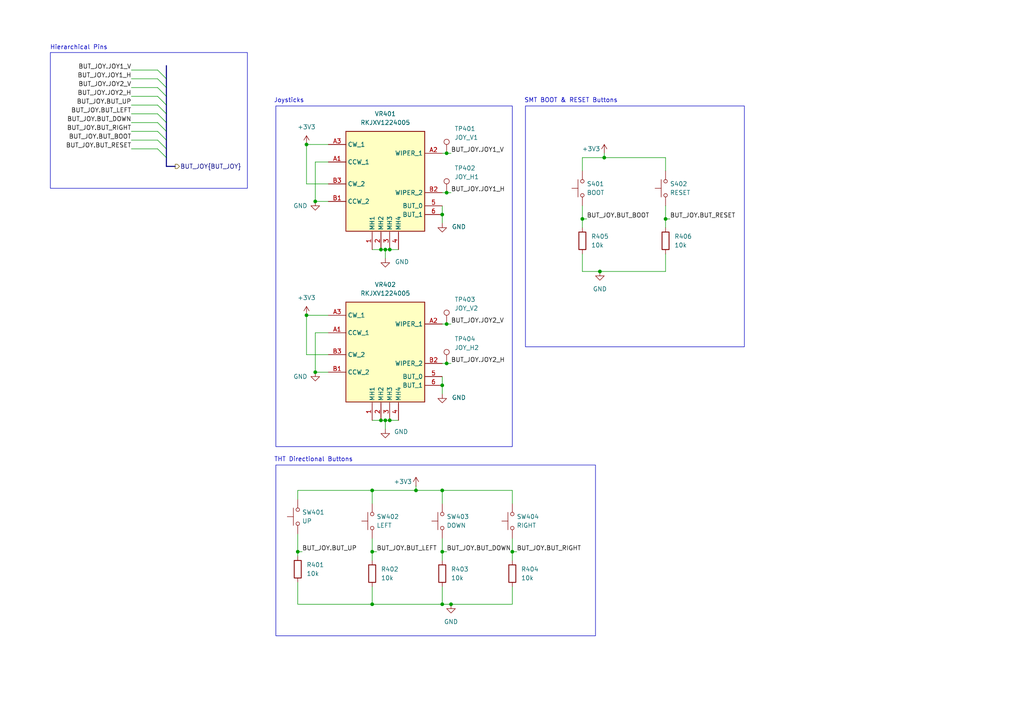
<source format=kicad_sch>
(kicad_sch
	(version 20250114)
	(generator "eeschema")
	(generator_version "9.0")
	(uuid "a3707a06-544a-4d24-b7af-4445ebcdfd54")
	(paper "A4")
	(lib_symbols
		(symbol "Connector:TestPoint"
			(pin_numbers
				(hide yes)
			)
			(pin_names
				(offset 0.762)
				(hide yes)
			)
			(exclude_from_sim no)
			(in_bom yes)
			(on_board yes)
			(property "Reference" "TP"
				(at 0 6.858 0)
				(effects
					(font
						(size 1.27 1.27)
					)
				)
			)
			(property "Value" "TestPoint"
				(at 0 5.08 0)
				(effects
					(font
						(size 1.27 1.27)
					)
				)
			)
			(property "Footprint" ""
				(at 5.08 0 0)
				(effects
					(font
						(size 1.27 1.27)
					)
					(hide yes)
				)
			)
			(property "Datasheet" "~"
				(at 5.08 0 0)
				(effects
					(font
						(size 1.27 1.27)
					)
					(hide yes)
				)
			)
			(property "Description" "test point"
				(at 0 0 0)
				(effects
					(font
						(size 1.27 1.27)
					)
					(hide yes)
				)
			)
			(property "ki_keywords" "test point tp"
				(at 0 0 0)
				(effects
					(font
						(size 1.27 1.27)
					)
					(hide yes)
				)
			)
			(property "ki_fp_filters" "Pin* Test*"
				(at 0 0 0)
				(effects
					(font
						(size 1.27 1.27)
					)
					(hide yes)
				)
			)
			(symbol "TestPoint_0_1"
				(circle
					(center 0 3.302)
					(radius 0.762)
					(stroke
						(width 0)
						(type default)
					)
					(fill
						(type none)
					)
				)
			)
			(symbol "TestPoint_1_1"
				(pin passive line
					(at 0 0 90)
					(length 2.54)
					(name "1"
						(effects
							(font
								(size 1.27 1.27)
							)
						)
					)
					(number "1"
						(effects
							(font
								(size 1.27 1.27)
							)
						)
					)
				)
			)
			(embedded_fonts no)
		)
		(symbol "Device:R"
			(pin_numbers
				(hide yes)
			)
			(pin_names
				(offset 0)
			)
			(exclude_from_sim no)
			(in_bom yes)
			(on_board yes)
			(property "Reference" "R"
				(at 2.032 0 90)
				(effects
					(font
						(size 1.27 1.27)
					)
				)
			)
			(property "Value" "R"
				(at 0 0 90)
				(effects
					(font
						(size 1.27 1.27)
					)
				)
			)
			(property "Footprint" ""
				(at -1.778 0 90)
				(effects
					(font
						(size 1.27 1.27)
					)
					(hide yes)
				)
			)
			(property "Datasheet" "~"
				(at 0 0 0)
				(effects
					(font
						(size 1.27 1.27)
					)
					(hide yes)
				)
			)
			(property "Description" "Resistor"
				(at 0 0 0)
				(effects
					(font
						(size 1.27 1.27)
					)
					(hide yes)
				)
			)
			(property "ki_keywords" "R res resistor"
				(at 0 0 0)
				(effects
					(font
						(size 1.27 1.27)
					)
					(hide yes)
				)
			)
			(property "ki_fp_filters" "R_*"
				(at 0 0 0)
				(effects
					(font
						(size 1.27 1.27)
					)
					(hide yes)
				)
			)
			(symbol "R_0_1"
				(rectangle
					(start -1.016 -2.54)
					(end 1.016 2.54)
					(stroke
						(width 0.254)
						(type default)
					)
					(fill
						(type none)
					)
				)
			)
			(symbol "R_1_1"
				(pin passive line
					(at 0 3.81 270)
					(length 1.27)
					(name "~"
						(effects
							(font
								(size 1.27 1.27)
							)
						)
					)
					(number "1"
						(effects
							(font
								(size 1.27 1.27)
							)
						)
					)
				)
				(pin passive line
					(at 0 -3.81 90)
					(length 1.27)
					(name "~"
						(effects
							(font
								(size 1.27 1.27)
							)
						)
					)
					(number "2"
						(effects
							(font
								(size 1.27 1.27)
							)
						)
					)
				)
			)
			(embedded_fonts no)
		)
		(symbol "SamacSys_Parts:RKJXV1224005"
			(exclude_from_sim no)
			(in_bom yes)
			(on_board yes)
			(property "Reference" "VR"
				(at 10.16 7.62 0)
				(effects
					(font
						(size 1.27 1.27)
					)
					(justify left top)
				)
			)
			(property "Value" "RKJXV1224005"
				(at 10.16 5.08 0)
				(effects
					(font
						(size 1.27 1.27)
					)
					(justify left top)
				)
			)
			(property "Footprint" "RKJXV1224005"
				(at 29.21 -94.996 0)
				(effects
					(font
						(size 1.27 1.27)
					)
					(justify left top)
					(hide yes)
				)
			)
			(property "Datasheet" "https://tech.alpsalpine.com/e/products/detail/RKJXV1224005/"
				(at 29.21 -194.818 0)
				(effects
					(font
						(size 1.27 1.27)
					)
					(justify left top)
					(hide yes)
				)
			)
			(property "Description" "Plugin,13x13mm Multi-Directional Switches ROHS, Rotary Potentiometer, 10 kOhm, 1Turn, 12.5 mW"
				(at 0 0 0)
				(effects
					(font
						(size 1.27 1.27)
					)
					(hide yes)
				)
			)
			(property "Height" "18.95"
				(at 29.21 -394.97 0)
				(effects
					(font
						(size 1.27 1.27)
					)
					(justify left top)
					(hide yes)
				)
			)
			(property "Mouser Part Number" "688-RKJXV1224005"
				(at 29.21 -495.046 0)
				(effects
					(font
						(size 1.27 1.27)
					)
					(justify left top)
					(hide yes)
				)
			)
			(property "Mouser Price/Stock" "https://www.mouser.co.uk/ProductDetail/Alps-Alpine/RKJXV1224005?qs=RiQAlOPxzzAqLSX9lUzx8Q%3D%3D"
				(at 29.21 -594.868 0)
				(effects
					(font
						(size 1.27 1.27)
					)
					(justify left top)
					(hide yes)
				)
			)
			(property "Manufacturer_Name" "ALPS Electric"
				(at 29.21 -694.944 0)
				(effects
					(font
						(size 1.27 1.27)
					)
					(justify left top)
					(hide yes)
				)
			)
			(property "Manufacturer_Part_Number" "RKJXV1224005"
				(at 29.21 -795.02 0)
				(effects
					(font
						(size 1.27 1.27)
					)
					(justify left top)
					(hide yes)
				)
			)
			(symbol "RKJXV1224005_1_1"
				(rectangle
					(start 5.08 2.54)
					(end 27.94 -26.416)
					(stroke
						(width 0.254)
						(type default)
					)
					(fill
						(type background)
					)
				)
				(pin passive line
					(at 0 -1.27 0)
					(length 5.08)
					(name "CW_1"
						(effects
							(font
								(size 1.27 1.27)
							)
						)
					)
					(number "A3"
						(effects
							(font
								(size 1.27 1.27)
							)
						)
					)
				)
				(pin passive line
					(at 0 -6.35 0)
					(length 5.08)
					(name "CCW_1"
						(effects
							(font
								(size 1.27 1.27)
							)
						)
					)
					(number "A1"
						(effects
							(font
								(size 1.27 1.27)
							)
						)
					)
				)
				(pin passive line
					(at 0 -12.7 0)
					(length 5.08)
					(name "CW_2"
						(effects
							(font
								(size 1.27 1.27)
							)
						)
					)
					(number "B3"
						(effects
							(font
								(size 1.27 1.27)
							)
						)
					)
				)
				(pin passive line
					(at 0 -17.78 0)
					(length 5.08)
					(name "CCW_2"
						(effects
							(font
								(size 1.27 1.27)
							)
						)
					)
					(number "B1"
						(effects
							(font
								(size 1.27 1.27)
							)
						)
					)
				)
				(pin passive line
					(at 12.7 -31.75 90)
					(length 5.08)
					(name "MH1"
						(effects
							(font
								(size 1.27 1.27)
							)
						)
					)
					(number "1"
						(effects
							(font
								(size 1.27 1.27)
							)
						)
					)
				)
				(pin passive line
					(at 15.24 -31.75 90)
					(length 5.08)
					(name "MH2"
						(effects
							(font
								(size 1.27 1.27)
							)
						)
					)
					(number "2"
						(effects
							(font
								(size 1.27 1.27)
							)
						)
					)
				)
				(pin passive line
					(at 17.78 -31.75 90)
					(length 5.08)
					(name "MH3"
						(effects
							(font
								(size 1.27 1.27)
							)
						)
					)
					(number "3"
						(effects
							(font
								(size 1.27 1.27)
							)
						)
					)
				)
				(pin passive line
					(at 20.32 -31.75 90)
					(length 5.08)
					(name "MH4"
						(effects
							(font
								(size 1.27 1.27)
							)
						)
					)
					(number "4"
						(effects
							(font
								(size 1.27 1.27)
							)
						)
					)
				)
				(pin passive line
					(at 33.02 -3.81 180)
					(length 5.08)
					(name "WIPER_1"
						(effects
							(font
								(size 1.27 1.27)
							)
						)
					)
					(number "A2"
						(effects
							(font
								(size 1.27 1.27)
							)
						)
					)
				)
				(pin passive line
					(at 33.02 -15.24 180)
					(length 5.08)
					(name "WIPER_2"
						(effects
							(font
								(size 1.27 1.27)
							)
						)
					)
					(number "B2"
						(effects
							(font
								(size 1.27 1.27)
							)
						)
					)
				)
				(pin passive line
					(at 33.02 -19.05 180)
					(length 5.08)
					(name "BUT_0"
						(effects
							(font
								(size 1.27 1.27)
							)
						)
					)
					(number "5"
						(effects
							(font
								(size 1.27 1.27)
							)
						)
					)
				)
				(pin passive line
					(at 33.02 -21.59 180)
					(length 5.08)
					(name "BUT_1"
						(effects
							(font
								(size 1.27 1.27)
							)
						)
					)
					(number "6"
						(effects
							(font
								(size 1.27 1.27)
							)
						)
					)
				)
			)
			(embedded_fonts no)
		)
		(symbol "Switch:SW_Push"
			(pin_numbers
				(hide yes)
			)
			(pin_names
				(offset 1.016)
				(hide yes)
			)
			(exclude_from_sim no)
			(in_bom yes)
			(on_board yes)
			(property "Reference" "SW"
				(at 1.27 2.54 0)
				(effects
					(font
						(size 1.27 1.27)
					)
					(justify left)
				)
			)
			(property "Value" "SW_Push"
				(at 0 -1.524 0)
				(effects
					(font
						(size 1.27 1.27)
					)
				)
			)
			(property "Footprint" ""
				(at 0 5.08 0)
				(effects
					(font
						(size 1.27 1.27)
					)
					(hide yes)
				)
			)
			(property "Datasheet" "~"
				(at 0 5.08 0)
				(effects
					(font
						(size 1.27 1.27)
					)
					(hide yes)
				)
			)
			(property "Description" "Push button switch, generic, two pins"
				(at 0 0 0)
				(effects
					(font
						(size 1.27 1.27)
					)
					(hide yes)
				)
			)
			(property "ki_keywords" "switch normally-open pushbutton push-button"
				(at 0 0 0)
				(effects
					(font
						(size 1.27 1.27)
					)
					(hide yes)
				)
			)
			(symbol "SW_Push_0_1"
				(circle
					(center -2.032 0)
					(radius 0.508)
					(stroke
						(width 0)
						(type default)
					)
					(fill
						(type none)
					)
				)
				(polyline
					(pts
						(xy 0 1.27) (xy 0 3.048)
					)
					(stroke
						(width 0)
						(type default)
					)
					(fill
						(type none)
					)
				)
				(circle
					(center 2.032 0)
					(radius 0.508)
					(stroke
						(width 0)
						(type default)
					)
					(fill
						(type none)
					)
				)
				(polyline
					(pts
						(xy 2.54 1.27) (xy -2.54 1.27)
					)
					(stroke
						(width 0)
						(type default)
					)
					(fill
						(type none)
					)
				)
				(pin passive line
					(at -5.08 0 0)
					(length 2.54)
					(name "1"
						(effects
							(font
								(size 1.27 1.27)
							)
						)
					)
					(number "1"
						(effects
							(font
								(size 1.27 1.27)
							)
						)
					)
				)
				(pin passive line
					(at 5.08 0 180)
					(length 2.54)
					(name "2"
						(effects
							(font
								(size 1.27 1.27)
							)
						)
					)
					(number "2"
						(effects
							(font
								(size 1.27 1.27)
							)
						)
					)
				)
			)
			(embedded_fonts no)
		)
		(symbol "power:+3V3"
			(power)
			(pin_numbers
				(hide yes)
			)
			(pin_names
				(offset 0)
				(hide yes)
			)
			(exclude_from_sim no)
			(in_bom yes)
			(on_board yes)
			(property "Reference" "#PWR"
				(at 0 -3.81 0)
				(effects
					(font
						(size 1.27 1.27)
					)
					(hide yes)
				)
			)
			(property "Value" "+3V3"
				(at 0 3.556 0)
				(effects
					(font
						(size 1.27 1.27)
					)
				)
			)
			(property "Footprint" ""
				(at 0 0 0)
				(effects
					(font
						(size 1.27 1.27)
					)
					(hide yes)
				)
			)
			(property "Datasheet" ""
				(at 0 0 0)
				(effects
					(font
						(size 1.27 1.27)
					)
					(hide yes)
				)
			)
			(property "Description" "Power symbol creates a global label with name \"+3V3\""
				(at 0 0 0)
				(effects
					(font
						(size 1.27 1.27)
					)
					(hide yes)
				)
			)
			(property "ki_keywords" "global power"
				(at 0 0 0)
				(effects
					(font
						(size 1.27 1.27)
					)
					(hide yes)
				)
			)
			(symbol "+3V3_0_1"
				(polyline
					(pts
						(xy -0.762 1.27) (xy 0 2.54)
					)
					(stroke
						(width 0)
						(type default)
					)
					(fill
						(type none)
					)
				)
				(polyline
					(pts
						(xy 0 2.54) (xy 0.762 1.27)
					)
					(stroke
						(width 0)
						(type default)
					)
					(fill
						(type none)
					)
				)
				(polyline
					(pts
						(xy 0 0) (xy 0 2.54)
					)
					(stroke
						(width 0)
						(type default)
					)
					(fill
						(type none)
					)
				)
			)
			(symbol "+3V3_1_1"
				(pin power_in line
					(at 0 0 90)
					(length 0)
					(name "~"
						(effects
							(font
								(size 1.27 1.27)
							)
						)
					)
					(number "1"
						(effects
							(font
								(size 1.27 1.27)
							)
						)
					)
				)
			)
			(embedded_fonts no)
		)
		(symbol "power:GND"
			(power)
			(pin_numbers
				(hide yes)
			)
			(pin_names
				(offset 0)
				(hide yes)
			)
			(exclude_from_sim no)
			(in_bom yes)
			(on_board yes)
			(property "Reference" "#PWR"
				(at 0 -6.35 0)
				(effects
					(font
						(size 1.27 1.27)
					)
					(hide yes)
				)
			)
			(property "Value" "GND"
				(at 0 -3.81 0)
				(effects
					(font
						(size 1.27 1.27)
					)
				)
			)
			(property "Footprint" ""
				(at 0 0 0)
				(effects
					(font
						(size 1.27 1.27)
					)
					(hide yes)
				)
			)
			(property "Datasheet" ""
				(at 0 0 0)
				(effects
					(font
						(size 1.27 1.27)
					)
					(hide yes)
				)
			)
			(property "Description" "Power symbol creates a global label with name \"GND\" , ground"
				(at 0 0 0)
				(effects
					(font
						(size 1.27 1.27)
					)
					(hide yes)
				)
			)
			(property "ki_keywords" "global power"
				(at 0 0 0)
				(effects
					(font
						(size 1.27 1.27)
					)
					(hide yes)
				)
			)
			(symbol "GND_0_1"
				(polyline
					(pts
						(xy 0 0) (xy 0 -1.27) (xy 1.27 -1.27) (xy 0 -2.54) (xy -1.27 -1.27) (xy 0 -1.27)
					)
					(stroke
						(width 0)
						(type default)
					)
					(fill
						(type none)
					)
				)
			)
			(symbol "GND_1_1"
				(pin power_in line
					(at 0 0 270)
					(length 0)
					(name "~"
						(effects
							(font
								(size 1.27 1.27)
							)
						)
					)
					(number "1"
						(effects
							(font
								(size 1.27 1.27)
							)
						)
					)
				)
			)
			(embedded_fonts no)
		)
	)
	(rectangle
		(start 14.605 15.24)
		(end 71.755 54.61)
		(stroke
			(width 0)
			(type default)
		)
		(fill
			(type none)
		)
		(uuid 67189468-b87d-4ff0-b7ad-0f05131e4f2f)
	)
	(rectangle
		(start 80.01 30.734)
		(end 148.59 129.54)
		(stroke
			(width 0)
			(type default)
		)
		(fill
			(type none)
		)
		(uuid 7590f3ae-a335-43a2-a952-8ebac694a4e6)
	)
	(rectangle
		(start 80.01 134.874)
		(end 172.72 184.404)
		(stroke
			(width 0)
			(type default)
		)
		(fill
			(type none)
		)
		(uuid 897baa8a-2d12-4d95-9464-ed875308e3ed)
	)
	(rectangle
		(start 152.4 30.734)
		(end 215.9 100.584)
		(stroke
			(width 0)
			(type default)
		)
		(fill
			(type none)
		)
		(uuid f0d7c4d7-c103-4340-8b20-d1c3ebba1086)
	)
	(text "Hierarchical Pins"
		(exclude_from_sim no)
		(at 22.86 13.843 0)
		(effects
			(font
				(size 1.27 1.27)
			)
		)
		(uuid "0056fd5e-fe29-4285-8bec-0c79ec8d0d24")
	)
	(text "Joysticks"
		(exclude_from_sim no)
		(at 83.82 29.21 0)
		(effects
			(font
				(size 1.27 1.27)
			)
		)
		(uuid "75cf450e-7c69-496d-adde-6fde5762d028")
	)
	(text "THT Directional Buttons\n"
		(exclude_from_sim no)
		(at 90.932 133.35 0)
		(effects
			(font
				(size 1.27 1.27)
			)
		)
		(uuid "d5c010a1-a792-47de-89d6-1c71f46b0e9d")
	)
	(text "SMT BOOT & RESET Buttons"
		(exclude_from_sim no)
		(at 165.608 29.21 0)
		(effects
			(font
				(size 1.27 1.27)
			)
		)
		(uuid "d82ed0d4-407f-4ec2-b2cc-53ab8d09b415")
	)
	(junction
		(at 111.76 121.92)
		(diameter 0)
		(color 0 0 0 0)
		(uuid "086f29d3-2bb1-46b3-9ea8-77bfc73bc1a1")
	)
	(junction
		(at 110.49 121.92)
		(diameter 0)
		(color 0 0 0 0)
		(uuid "0e0ae038-b574-4cc1-885e-071b0ea411f9")
	)
	(junction
		(at 86.36 160.02)
		(diameter 0)
		(color 0 0 0 0)
		(uuid "124d7cf1-a6d3-45b7-a7db-d6cd7f82099e")
	)
	(junction
		(at 129.54 55.88)
		(diameter 0)
		(color 0 0 0 0)
		(uuid "201dbb60-095d-44e0-8f62-2f50e78eb7e3")
	)
	(junction
		(at 107.95 175.26)
		(diameter 0)
		(color 0 0 0 0)
		(uuid "2160eaa0-17bf-4569-a908-09aa015380a5")
	)
	(junction
		(at 175.26 45.72)
		(diameter 0)
		(color 0 0 0 0)
		(uuid "49705966-58d6-486e-9dcf-4c6905e3090d")
	)
	(junction
		(at 193.04 63.5)
		(diameter 0)
		(color 0 0 0 0)
		(uuid "4dd46f62-ffe8-49fc-90ca-a6a4c5d14606")
	)
	(junction
		(at 168.91 63.5)
		(diameter 0)
		(color 0 0 0 0)
		(uuid "5753a920-0e1b-460c-a23c-c0d08848fc7c")
	)
	(junction
		(at 128.27 142.24)
		(diameter 0)
		(color 0 0 0 0)
		(uuid "623cae45-70de-4692-8e1e-b60ad70dd97f")
	)
	(junction
		(at 128.27 160.02)
		(diameter 0)
		(color 0 0 0 0)
		(uuid "67764f59-7e43-4626-a87d-57578de84ada")
	)
	(junction
		(at 148.59 160.02)
		(diameter 0)
		(color 0 0 0 0)
		(uuid "694ad2d7-74bf-4d4e-8bdf-6eb757046b38")
	)
	(junction
		(at 113.03 121.92)
		(diameter 0)
		(color 0 0 0 0)
		(uuid "6a206e77-3d5f-45ab-a8a6-ad859cef2c00")
	)
	(junction
		(at 91.44 58.42)
		(diameter 0)
		(color 0 0 0 0)
		(uuid "6f7f1e9f-8c48-4a6b-b3e1-3347586d03d4")
	)
	(junction
		(at 128.27 62.23)
		(diameter 0)
		(color 0 0 0 0)
		(uuid "79d9e023-1cdd-4c40-b028-993d03ea67bd")
	)
	(junction
		(at 129.54 105.41)
		(diameter 0)
		(color 0 0 0 0)
		(uuid "7b5197fc-f3e6-4375-84c3-0ad023f7ee64")
	)
	(junction
		(at 120.65 142.24)
		(diameter 0)
		(color 0 0 0 0)
		(uuid "81b5f401-530e-4b4f-869e-80db4fb733aa")
	)
	(junction
		(at 129.54 93.98)
		(diameter 0)
		(color 0 0 0 0)
		(uuid "8f64d79d-88e8-4488-8daa-059e9816ca55")
	)
	(junction
		(at 128.27 175.26)
		(diameter 0)
		(color 0 0 0 0)
		(uuid "a4ba82ea-a13f-41e5-a3cf-f78ce8609e92")
	)
	(junction
		(at 88.9 91.44)
		(diameter 0)
		(color 0 0 0 0)
		(uuid "b1a4d360-2375-4e7a-9f58-936123e5a3f1")
	)
	(junction
		(at 129.54 44.45)
		(diameter 0)
		(color 0 0 0 0)
		(uuid "c19dc9ef-1f8c-4894-8987-75287cc199d6")
	)
	(junction
		(at 107.95 160.02)
		(diameter 0)
		(color 0 0 0 0)
		(uuid "c8b3a8d7-c339-4acc-ab5c-19d2fd8dc4b3")
	)
	(junction
		(at 128.27 111.76)
		(diameter 0)
		(color 0 0 0 0)
		(uuid "c9c5371d-8ba2-4fdb-a960-a0aad169abf1")
	)
	(junction
		(at 107.95 142.24)
		(diameter 0)
		(color 0 0 0 0)
		(uuid "cb099df4-f175-4992-80e0-d3d160f03780")
	)
	(junction
		(at 113.03 72.39)
		(diameter 0)
		(color 0 0 0 0)
		(uuid "d0cfe12e-7a2f-4383-ba20-098d0be967f8")
	)
	(junction
		(at 110.49 72.39)
		(diameter 0)
		(color 0 0 0 0)
		(uuid "d9f790d4-78cc-4561-8416-90afce62124c")
	)
	(junction
		(at 91.44 107.95)
		(diameter 0)
		(color 0 0 0 0)
		(uuid "eb2b736c-92c7-437b-bdad-205ddf93c9b0")
	)
	(junction
		(at 130.81 175.26)
		(diameter 0)
		(color 0 0 0 0)
		(uuid "ec303ced-1e31-4130-983d-31e02758f1cb")
	)
	(junction
		(at 111.76 72.39)
		(diameter 0)
		(color 0 0 0 0)
		(uuid "ec3fa916-5a4e-4d0d-8fef-14f838be6afa")
	)
	(junction
		(at 173.99 78.74)
		(diameter 0)
		(color 0 0 0 0)
		(uuid "ed377cd0-4dd6-4e0a-9b0d-95b41150d199")
	)
	(junction
		(at 88.9 41.91)
		(diameter 0)
		(color 0 0 0 0)
		(uuid "fdb224ee-4a7f-4505-b145-09ffb7cf36e0")
	)
	(bus_entry
		(at 45.72 22.86)
		(size 2.54 2.54)
		(stroke
			(width 0)
			(type default)
		)
		(uuid "23cdb22f-4885-4fd1-8d9c-4c24eadbb87d")
	)
	(bus_entry
		(at 45.72 35.56)
		(size 2.54 2.54)
		(stroke
			(width 0)
			(type default)
		)
		(uuid "35675102-9e4a-4b2e-9065-a7d271fb317e")
	)
	(bus_entry
		(at 45.72 38.1)
		(size 2.54 2.54)
		(stroke
			(width 0)
			(type default)
		)
		(uuid "43afb33e-603d-4aef-8add-f76e2fc99c94")
	)
	(bus_entry
		(at 45.72 40.64)
		(size 2.54 2.54)
		(stroke
			(width 0)
			(type default)
		)
		(uuid "4a8af523-a0ef-4a96-ba3b-79de7679338d")
	)
	(bus_entry
		(at 45.72 20.32)
		(size 2.54 2.54)
		(stroke
			(width 0)
			(type default)
		)
		(uuid "7abe386d-2b73-46bb-8706-de0d08587e0f")
	)
	(bus_entry
		(at 45.72 33.02)
		(size 2.54 2.54)
		(stroke
			(width 0)
			(type default)
		)
		(uuid "d3183e7b-a211-49cf-a714-38e083b15c5d")
	)
	(bus_entry
		(at 45.72 25.4)
		(size 2.54 2.54)
		(stroke
			(width 0)
			(type default)
		)
		(uuid "d495570d-0d51-458a-b093-6dcae5753d9c")
	)
	(bus_entry
		(at 45.72 27.94)
		(size 2.54 2.54)
		(stroke
			(width 0)
			(type default)
		)
		(uuid "d801bd39-5de9-49de-b0db-a28fb658ba02")
	)
	(bus_entry
		(at 45.72 43.18)
		(size 2.54 2.54)
		(stroke
			(width 0)
			(type default)
		)
		(uuid "dd42dfd6-fdab-40e5-88b2-79c5f405f5d1")
	)
	(bus_entry
		(at 45.72 30.48)
		(size 2.54 2.54)
		(stroke
			(width 0)
			(type default)
		)
		(uuid "f59c8d3e-f81d-44aa-a160-13f50911703a")
	)
	(wire
		(pts
			(xy 88.9 91.44) (xy 88.9 102.87)
		)
		(stroke
			(width 0)
			(type default)
		)
		(uuid "04735d82-5ac0-41b6-b4cc-1ffa0fd012dc")
	)
	(bus
		(pts
			(xy 48.26 27.94) (xy 48.26 30.48)
		)
		(stroke
			(width 0)
			(type default)
		)
		(uuid "047a6562-a6aa-4ca6-9842-583dc602027a")
	)
	(wire
		(pts
			(xy 149.86 160.02) (xy 148.59 160.02)
		)
		(stroke
			(width 0)
			(type default)
		)
		(uuid "071115ca-5b93-44ec-8464-aaf3bd75b716")
	)
	(bus
		(pts
			(xy 48.26 30.48) (xy 48.26 33.02)
		)
		(stroke
			(width 0)
			(type default)
		)
		(uuid "08dda250-c820-4bcb-9dcf-eab89000f3a1")
	)
	(wire
		(pts
			(xy 130.81 93.98) (xy 129.54 93.98)
		)
		(stroke
			(width 0)
			(type default)
		)
		(uuid "08f0aaff-9417-4f27-bdb9-576ca3b76323")
	)
	(wire
		(pts
			(xy 130.81 44.45) (xy 129.54 44.45)
		)
		(stroke
			(width 0)
			(type default)
		)
		(uuid "091d9eff-75e3-433c-af53-a38b6d2dc5d6")
	)
	(wire
		(pts
			(xy 88.9 91.44) (xy 95.25 91.44)
		)
		(stroke
			(width 0)
			(type default)
		)
		(uuid "1221d3d3-2460-4043-8c91-60b8099603c7")
	)
	(wire
		(pts
			(xy 91.44 107.95) (xy 95.25 107.95)
		)
		(stroke
			(width 0)
			(type default)
		)
		(uuid "1574f448-5eac-4d8d-adab-d503d7cc1e18")
	)
	(wire
		(pts
			(xy 86.36 142.24) (xy 86.36 144.78)
		)
		(stroke
			(width 0)
			(type default)
		)
		(uuid "16877c63-9386-4ec6-b7cf-c243cf7259a9")
	)
	(wire
		(pts
			(xy 113.03 72.39) (xy 115.57 72.39)
		)
		(stroke
			(width 0)
			(type default)
		)
		(uuid "17984f61-7aba-4c17-8fcb-2d8160e43fac")
	)
	(bus
		(pts
			(xy 48.26 33.02) (xy 48.26 35.56)
		)
		(stroke
			(width 0)
			(type default)
		)
		(uuid "17ccbc31-1534-46b2-af49-5bfbf5f890f3")
	)
	(bus
		(pts
			(xy 48.26 22.86) (xy 48.26 25.4)
		)
		(stroke
			(width 0)
			(type default)
		)
		(uuid "17ce00d3-f42e-4c14-aca2-fea3e34bdd54")
	)
	(wire
		(pts
			(xy 130.81 105.41) (xy 129.54 105.41)
		)
		(stroke
			(width 0)
			(type default)
		)
		(uuid "18998edf-ef4b-496b-bdfb-967e6b504856")
	)
	(wire
		(pts
			(xy 110.49 121.92) (xy 111.76 121.92)
		)
		(stroke
			(width 0)
			(type default)
		)
		(uuid "1bd6aeb3-64f2-4675-81cd-411d65e13656")
	)
	(wire
		(pts
			(xy 107.95 160.02) (xy 107.95 162.56)
		)
		(stroke
			(width 0)
			(type default)
		)
		(uuid "1d4b3400-90c9-453c-a317-bc8db72db170")
	)
	(wire
		(pts
			(xy 88.9 53.34) (xy 95.25 53.34)
		)
		(stroke
			(width 0)
			(type default)
		)
		(uuid "1d763840-66c0-4923-96b8-5abf4ca8dfbf")
	)
	(bus
		(pts
			(xy 48.26 38.1) (xy 48.26 40.64)
		)
		(stroke
			(width 0)
			(type default)
		)
		(uuid "20c2b49f-ee0e-490d-abbf-87a4cfeaa8fd")
	)
	(wire
		(pts
			(xy 38.1 27.94) (xy 45.72 27.94)
		)
		(stroke
			(width 0)
			(type default)
		)
		(uuid "2145c627-a6ca-4884-a1ad-a2b70667f28c")
	)
	(wire
		(pts
			(xy 91.44 96.52) (xy 91.44 107.95)
		)
		(stroke
			(width 0)
			(type default)
		)
		(uuid "24d2a265-7a9f-440a-8810-120cbdac894d")
	)
	(wire
		(pts
			(xy 91.44 58.42) (xy 95.25 58.42)
		)
		(stroke
			(width 0)
			(type default)
		)
		(uuid "26e15f2f-004f-414e-b77c-1f5bcd540a23")
	)
	(wire
		(pts
			(xy 168.91 59.69) (xy 168.91 63.5)
		)
		(stroke
			(width 0)
			(type default)
		)
		(uuid "294e3c64-33a3-483b-b30c-8f6f077c7f1b")
	)
	(bus
		(pts
			(xy 48.26 35.56) (xy 48.26 38.1)
		)
		(stroke
			(width 0)
			(type default)
		)
		(uuid "2a403db9-b827-4485-8e28-db559d3ed926")
	)
	(wire
		(pts
			(xy 107.95 142.24) (xy 120.65 142.24)
		)
		(stroke
			(width 0)
			(type default)
		)
		(uuid "2d4d3f44-686c-435d-a69a-83ca5e7552d8")
	)
	(wire
		(pts
			(xy 193.04 78.74) (xy 193.04 73.66)
		)
		(stroke
			(width 0)
			(type default)
		)
		(uuid "2f06b29c-7f7b-4871-9366-83af2ab9ce5e")
	)
	(wire
		(pts
			(xy 38.1 33.02) (xy 45.72 33.02)
		)
		(stroke
			(width 0)
			(type default)
		)
		(uuid "3063d868-76a4-4201-9803-b083d15dd97a")
	)
	(wire
		(pts
			(xy 130.81 175.26) (xy 148.59 175.26)
		)
		(stroke
			(width 0)
			(type default)
		)
		(uuid "314d7e40-61f4-4d1a-973f-4282f93de77f")
	)
	(bus
		(pts
			(xy 48.26 43.18) (xy 48.26 45.72)
		)
		(stroke
			(width 0)
			(type default)
		)
		(uuid "36507159-9dbd-4826-98f7-cebf703cd1b9")
	)
	(wire
		(pts
			(xy 175.26 45.72) (xy 168.91 45.72)
		)
		(stroke
			(width 0)
			(type default)
		)
		(uuid "3995c375-be7d-445c-9b2d-214311603ecd")
	)
	(wire
		(pts
			(xy 107.95 156.21) (xy 107.95 160.02)
		)
		(stroke
			(width 0)
			(type default)
		)
		(uuid "4442b9cd-7cef-4a80-86cb-bdfd5f11c91d")
	)
	(wire
		(pts
			(xy 107.95 142.24) (xy 86.36 142.24)
		)
		(stroke
			(width 0)
			(type default)
		)
		(uuid "45fee26c-8f0f-4e98-ab07-e7eb0b1f9fe6")
	)
	(wire
		(pts
			(xy 95.25 96.52) (xy 91.44 96.52)
		)
		(stroke
			(width 0)
			(type default)
		)
		(uuid "463ecd6d-55e7-4831-9106-af840abd5400")
	)
	(wire
		(pts
			(xy 130.81 55.88) (xy 129.54 55.88)
		)
		(stroke
			(width 0)
			(type default)
		)
		(uuid "482f9a67-802d-4c69-85fd-927f1d42a78b")
	)
	(bus
		(pts
			(xy 48.26 45.72) (xy 48.26 48.26)
		)
		(stroke
			(width 0)
			(type default)
		)
		(uuid "48eba62e-63b8-444c-8d9d-d543469887d3")
	)
	(wire
		(pts
			(xy 107.95 142.24) (xy 107.95 146.05)
		)
		(stroke
			(width 0)
			(type default)
		)
		(uuid "49134e92-cd2e-4e30-881c-ffa715f95a91")
	)
	(wire
		(pts
			(xy 128.27 170.18) (xy 128.27 175.26)
		)
		(stroke
			(width 0)
			(type default)
		)
		(uuid "50b3da10-5810-4c26-bd3d-6bfe74a97f10")
	)
	(wire
		(pts
			(xy 128.27 111.76) (xy 128.27 114.3)
		)
		(stroke
			(width 0)
			(type default)
		)
		(uuid "55a905e1-bb8c-499b-a977-7103377fa98f")
	)
	(wire
		(pts
			(xy 193.04 49.53) (xy 193.04 45.72)
		)
		(stroke
			(width 0)
			(type default)
		)
		(uuid "56ff9ab8-eb65-4495-aa12-93f73bf1d58a")
	)
	(wire
		(pts
			(xy 129.54 160.02) (xy 128.27 160.02)
		)
		(stroke
			(width 0)
			(type default)
		)
		(uuid "57425e07-c933-4be9-ac9b-ddfcbaf48d51")
	)
	(wire
		(pts
			(xy 91.44 46.99) (xy 91.44 58.42)
		)
		(stroke
			(width 0)
			(type default)
		)
		(uuid "57947fbd-d5d7-435c-859b-15071cb6ab21")
	)
	(wire
		(pts
			(xy 168.91 45.72) (xy 168.91 49.53)
		)
		(stroke
			(width 0)
			(type default)
		)
		(uuid "5b83c3cb-a1bc-42b8-bb9d-84a62acaeb79")
	)
	(wire
		(pts
			(xy 193.04 63.5) (xy 193.04 66.04)
		)
		(stroke
			(width 0)
			(type default)
		)
		(uuid "5bd06a8b-1541-42dc-a8e0-ceb02eb17ac6")
	)
	(wire
		(pts
			(xy 107.95 121.92) (xy 110.49 121.92)
		)
		(stroke
			(width 0)
			(type default)
		)
		(uuid "5c8b0cfa-b68d-4168-b67d-94a49c7cca3b")
	)
	(wire
		(pts
			(xy 128.27 59.69) (xy 128.27 62.23)
		)
		(stroke
			(width 0)
			(type default)
		)
		(uuid "61978948-7aeb-4100-a1aa-d38a55c6d8f0")
	)
	(wire
		(pts
			(xy 107.95 175.26) (xy 86.36 175.26)
		)
		(stroke
			(width 0)
			(type default)
		)
		(uuid "6310259c-0458-44fa-8fcf-e508d761c68e")
	)
	(wire
		(pts
			(xy 148.59 156.21) (xy 148.59 160.02)
		)
		(stroke
			(width 0)
			(type default)
		)
		(uuid "6555fc42-e08b-4493-af96-8d31a4623be8")
	)
	(wire
		(pts
			(xy 128.27 146.05) (xy 128.27 142.24)
		)
		(stroke
			(width 0)
			(type default)
		)
		(uuid "6c1ce8b8-6532-4105-a36e-ea5a2bb9c598")
	)
	(wire
		(pts
			(xy 88.9 41.91) (xy 95.25 41.91)
		)
		(stroke
			(width 0)
			(type default)
		)
		(uuid "716b3b85-b87c-4a98-b64c-5ebf63dca840")
	)
	(wire
		(pts
			(xy 38.1 40.64) (xy 45.72 40.64)
		)
		(stroke
			(width 0)
			(type default)
		)
		(uuid "720db0ca-1e6f-4d2f-a423-51616e233155")
	)
	(wire
		(pts
			(xy 88.9 41.91) (xy 88.9 53.34)
		)
		(stroke
			(width 0)
			(type default)
		)
		(uuid "735b7a95-908b-4ae9-be99-0639f83cc718")
	)
	(wire
		(pts
			(xy 38.1 38.1) (xy 45.72 38.1)
		)
		(stroke
			(width 0)
			(type default)
		)
		(uuid "75b5f1c8-2d06-4d70-bc5c-2be8857107a3")
	)
	(wire
		(pts
			(xy 128.27 142.24) (xy 148.59 142.24)
		)
		(stroke
			(width 0)
			(type default)
		)
		(uuid "7663a531-0dce-4d12-8181-11ea5dbdd881")
	)
	(wire
		(pts
			(xy 107.95 72.39) (xy 110.49 72.39)
		)
		(stroke
			(width 0)
			(type default)
		)
		(uuid "79b47dd7-aefc-4603-a319-bbd9f067374c")
	)
	(wire
		(pts
			(xy 168.91 78.74) (xy 173.99 78.74)
		)
		(stroke
			(width 0)
			(type default)
		)
		(uuid "868843a8-8605-490b-abe3-676f1e49d3d2")
	)
	(wire
		(pts
			(xy 129.54 105.41) (xy 128.27 105.41)
		)
		(stroke
			(width 0)
			(type default)
		)
		(uuid "868f059f-8637-466d-ab7c-6395e0e23430")
	)
	(wire
		(pts
			(xy 110.49 72.39) (xy 111.76 72.39)
		)
		(stroke
			(width 0)
			(type default)
		)
		(uuid "8a45bf5f-9770-4df0-a906-c255cb51013a")
	)
	(wire
		(pts
			(xy 193.04 45.72) (xy 175.26 45.72)
		)
		(stroke
			(width 0)
			(type default)
		)
		(uuid "8a6b63a5-4612-4afd-af8f-d11ab3682316")
	)
	(wire
		(pts
			(xy 129.54 44.45) (xy 128.27 44.45)
		)
		(stroke
			(width 0)
			(type default)
		)
		(uuid "8c620e1f-543d-4382-a824-881e489031f5")
	)
	(wire
		(pts
			(xy 86.36 168.91) (xy 86.36 175.26)
		)
		(stroke
			(width 0)
			(type default)
		)
		(uuid "8c8428ed-c758-4da5-864e-9b4a56fc5a4f")
	)
	(bus
		(pts
			(xy 48.26 19.05) (xy 48.26 22.86)
		)
		(stroke
			(width 0)
			(type default)
		)
		(uuid "8d0b96e4-6d0d-4705-9e4e-16dc27dd369e")
	)
	(wire
		(pts
			(xy 109.22 160.02) (xy 107.95 160.02)
		)
		(stroke
			(width 0)
			(type default)
		)
		(uuid "8df4bda6-c48d-4e1a-a038-dd4fd1236fe5")
	)
	(wire
		(pts
			(xy 38.1 35.56) (xy 45.72 35.56)
		)
		(stroke
			(width 0)
			(type default)
		)
		(uuid "8e74290e-b752-4ac4-8d39-64d02e2dfeec")
	)
	(wire
		(pts
			(xy 193.04 59.69) (xy 193.04 63.5)
		)
		(stroke
			(width 0)
			(type default)
		)
		(uuid "94a455dc-d199-49e7-8234-7b67eca3ddd0")
	)
	(wire
		(pts
			(xy 128.27 160.02) (xy 128.27 162.56)
		)
		(stroke
			(width 0)
			(type default)
		)
		(uuid "99866e42-85ea-42b0-8728-6a29cbe12576")
	)
	(wire
		(pts
			(xy 129.54 93.98) (xy 128.27 93.98)
		)
		(stroke
			(width 0)
			(type default)
		)
		(uuid "9c89ad22-ea6e-4569-b92d-4a44ee6389de")
	)
	(wire
		(pts
			(xy 129.54 55.88) (xy 128.27 55.88)
		)
		(stroke
			(width 0)
			(type default)
		)
		(uuid "a7510cfe-133c-4eaa-8cc4-e68bcbc7a0e0")
	)
	(wire
		(pts
			(xy 148.59 160.02) (xy 148.59 162.56)
		)
		(stroke
			(width 0)
			(type default)
		)
		(uuid "a848ebaa-1fe3-4a57-824c-3e9929c35a06")
	)
	(bus
		(pts
			(xy 48.26 48.26) (xy 50.8 48.26)
		)
		(stroke
			(width 0)
			(type default)
		)
		(uuid "a8f9b807-d15b-45e1-ab84-6218636a1d2a")
	)
	(wire
		(pts
			(xy 128.27 109.22) (xy 128.27 111.76)
		)
		(stroke
			(width 0)
			(type default)
		)
		(uuid "ae1022f4-80f6-4dd7-9afc-1656b569c0ad")
	)
	(wire
		(pts
			(xy 175.26 44.45) (xy 175.26 45.72)
		)
		(stroke
			(width 0)
			(type default)
		)
		(uuid "b84bdaa2-1a96-444d-90e2-3b505fea3b38")
	)
	(bus
		(pts
			(xy 48.26 40.64) (xy 48.26 43.18)
		)
		(stroke
			(width 0)
			(type default)
		)
		(uuid "ba71cea5-c99c-433f-91c5-65b7415a9390")
	)
	(wire
		(pts
			(xy 88.9 102.87) (xy 95.25 102.87)
		)
		(stroke
			(width 0)
			(type default)
		)
		(uuid "bcb9a2e3-f80b-4e5d-8693-7fe8156b5abb")
	)
	(wire
		(pts
			(xy 113.03 121.92) (xy 115.57 121.92)
		)
		(stroke
			(width 0)
			(type default)
		)
		(uuid "bedeb240-7c4c-40c5-b1aa-763f54d8c2b2")
	)
	(wire
		(pts
			(xy 38.1 30.48) (xy 45.72 30.48)
		)
		(stroke
			(width 0)
			(type default)
		)
		(uuid "befa5904-b82f-48b6-a9c8-72a16bad53cb")
	)
	(wire
		(pts
			(xy 120.65 142.24) (xy 128.27 142.24)
		)
		(stroke
			(width 0)
			(type default)
		)
		(uuid "c0c943f5-3825-4b2f-ba32-b7265fa2784c")
	)
	(wire
		(pts
			(xy 38.1 43.18) (xy 45.72 43.18)
		)
		(stroke
			(width 0)
			(type default)
		)
		(uuid "c22dfe79-0276-42c4-b725-708c16f97095")
	)
	(wire
		(pts
			(xy 148.59 170.18) (xy 148.59 175.26)
		)
		(stroke
			(width 0)
			(type default)
		)
		(uuid "c3f21782-fc8a-4ff9-bd92-84e987449f6f")
	)
	(wire
		(pts
			(xy 148.59 146.05) (xy 148.59 142.24)
		)
		(stroke
			(width 0)
			(type default)
		)
		(uuid "c43117a8-2849-439d-9630-35150c194df5")
	)
	(wire
		(pts
			(xy 38.1 20.32) (xy 45.72 20.32)
		)
		(stroke
			(width 0)
			(type default)
		)
		(uuid "c4a49076-a838-4040-9262-6ec732191ea7")
	)
	(wire
		(pts
			(xy 173.99 78.74) (xy 193.04 78.74)
		)
		(stroke
			(width 0)
			(type default)
		)
		(uuid "c83a425e-aa9b-4afb-a0de-ec30385dfe57")
	)
	(wire
		(pts
			(xy 128.27 156.21) (xy 128.27 160.02)
		)
		(stroke
			(width 0)
			(type default)
		)
		(uuid "ca2927bd-73be-466c-bd4e-549cb99d655b")
	)
	(wire
		(pts
			(xy 111.76 121.92) (xy 113.03 121.92)
		)
		(stroke
			(width 0)
			(type default)
		)
		(uuid "ca680644-7bd5-493d-a7fc-efb585c48c65")
	)
	(bus
		(pts
			(xy 48.26 25.4) (xy 48.26 27.94)
		)
		(stroke
			(width 0)
			(type default)
		)
		(uuid "cb5aca00-1563-438e-8861-8c8d867b9391")
	)
	(wire
		(pts
			(xy 168.91 63.5) (xy 168.91 66.04)
		)
		(stroke
			(width 0)
			(type default)
		)
		(uuid "ce9013b9-78da-4eea-a796-61259b4340d5")
	)
	(wire
		(pts
			(xy 86.36 154.94) (xy 86.36 160.02)
		)
		(stroke
			(width 0)
			(type default)
		)
		(uuid "dae8ca7b-6fb7-4216-8bcc-6583e85d592b")
	)
	(wire
		(pts
			(xy 107.95 175.26) (xy 128.27 175.26)
		)
		(stroke
			(width 0)
			(type default)
		)
		(uuid "dd57a162-90bb-4610-b605-06a5c052594f")
	)
	(wire
		(pts
			(xy 38.1 22.86) (xy 45.72 22.86)
		)
		(stroke
			(width 0)
			(type default)
		)
		(uuid "df6d960f-f360-4616-8a1a-5ca65fa89735")
	)
	(wire
		(pts
			(xy 120.65 140.97) (xy 120.65 142.24)
		)
		(stroke
			(width 0)
			(type default)
		)
		(uuid "e13d8333-00d5-4b74-b31a-3a3082fdc321")
	)
	(wire
		(pts
			(xy 107.95 170.18) (xy 107.95 175.26)
		)
		(stroke
			(width 0)
			(type default)
		)
		(uuid "e311c7df-1269-4bb0-acff-fd43c4db9583")
	)
	(wire
		(pts
			(xy 86.36 160.02) (xy 86.36 161.29)
		)
		(stroke
			(width 0)
			(type default)
		)
		(uuid "e3dc15f3-e16a-4775-8060-3943db2bb507")
	)
	(wire
		(pts
			(xy 111.76 72.39) (xy 113.03 72.39)
		)
		(stroke
			(width 0)
			(type default)
		)
		(uuid "e7a687bd-a8ee-4f24-8d9d-f7f649146112")
	)
	(wire
		(pts
			(xy 38.1 25.4) (xy 45.72 25.4)
		)
		(stroke
			(width 0)
			(type default)
		)
		(uuid "edfe4102-3153-4f9f-8f7a-4835544602ae")
	)
	(wire
		(pts
			(xy 87.63 160.02) (xy 86.36 160.02)
		)
		(stroke
			(width 0)
			(type default)
		)
		(uuid "eedc10f0-6729-47b6-8959-74bb5fd7a18e")
	)
	(wire
		(pts
			(xy 111.76 121.92) (xy 111.76 124.46)
		)
		(stroke
			(width 0)
			(type default)
		)
		(uuid "eef092c2-b152-4da3-8764-2ffc8bf4c7bb")
	)
	(wire
		(pts
			(xy 128.27 175.26) (xy 130.81 175.26)
		)
		(stroke
			(width 0)
			(type default)
		)
		(uuid "f34dcc4b-e2cb-4619-9db4-a25bdc2953b1")
	)
	(wire
		(pts
			(xy 128.27 62.23) (xy 128.27 64.77)
		)
		(stroke
			(width 0)
			(type default)
		)
		(uuid "f5e42752-d3ed-4890-bc4f-38db2a4a4a27")
	)
	(wire
		(pts
			(xy 95.25 46.99) (xy 91.44 46.99)
		)
		(stroke
			(width 0)
			(type default)
		)
		(uuid "f8d04197-2c2f-4ce3-8733-087a0f34549c")
	)
	(wire
		(pts
			(xy 168.91 73.66) (xy 168.91 78.74)
		)
		(stroke
			(width 0)
			(type default)
		)
		(uuid "f93ed684-aea8-400e-9314-240477de93e6")
	)
	(wire
		(pts
			(xy 111.76 72.39) (xy 111.76 74.93)
		)
		(stroke
			(width 0)
			(type default)
		)
		(uuid "f9eaf91c-fcc7-47ae-9812-894414ea988a")
	)
	(wire
		(pts
			(xy 194.31 63.5) (xy 193.04 63.5)
		)
		(stroke
			(width 0)
			(type default)
		)
		(uuid "faca031c-3591-4922-9a57-540a4717775b")
	)
	(wire
		(pts
			(xy 170.18 63.5) (xy 168.91 63.5)
		)
		(stroke
			(width 0)
			(type default)
		)
		(uuid "ffeb61e1-47ae-4c71-a733-c82feb67b6c1")
	)
	(label "BUT_JOY.JOY1_V"
		(at 38.1 20.32 180)
		(effects
			(font
				(size 1.27 1.27)
			)
			(justify right bottom)
		)
		(uuid "218359f4-0719-491e-9a3f-a63310549600")
	)
	(label "BUT_JOY.BUT_DOWN"
		(at 38.1 35.56 180)
		(effects
			(font
				(size 1.27 1.27)
			)
			(justify right bottom)
		)
		(uuid "28ac8398-92e4-459a-94bf-c3386c34e950")
	)
	(label "BUT_JOY.BUT_LEFT"
		(at 38.1 33.02 180)
		(effects
			(font
				(size 1.27 1.27)
			)
			(justify right bottom)
		)
		(uuid "2e15533e-4ab4-401e-90c9-357c20a6ca0d")
	)
	(label "BUT_JOY.BUT_BOOT"
		(at 170.18 63.5 0)
		(effects
			(font
				(size 1.27 1.27)
			)
			(justify left bottom)
		)
		(uuid "3251cad1-7701-4387-9f97-bef52aa39908")
	)
	(label "BUT_JOY.BUT_RESET"
		(at 194.31 63.5 0)
		(effects
			(font
				(size 1.27 1.27)
			)
			(justify left bottom)
		)
		(uuid "3c544122-db6c-417b-9a80-8058ae05ba88")
	)
	(label "BUT_JOY.BUT_RESET"
		(at 38.1 43.18 180)
		(effects
			(font
				(size 1.27 1.27)
			)
			(justify right bottom)
		)
		(uuid "3fad9333-90f0-49f1-92f0-ea00a78c486b")
	)
	(label "BUT_JOY.BUT_UP"
		(at 38.1 30.48 180)
		(effects
			(font
				(size 1.27 1.27)
			)
			(justify right bottom)
		)
		(uuid "42f69cdb-f804-417e-9140-5d5914dec808")
	)
	(label "BUT_JOY.BUT_RIGHT"
		(at 38.1 38.1 180)
		(effects
			(font
				(size 1.27 1.27)
			)
			(justify right bottom)
		)
		(uuid "430a2cb3-d6f4-47c7-98c1-b7c38c042943")
	)
	(label "BUT_JOY.BUT_RIGHT"
		(at 149.86 160.02 0)
		(effects
			(font
				(size 1.27 1.27)
			)
			(justify left bottom)
		)
		(uuid "84ae777b-9bbd-49cd-8eb3-65d419ff6bbf")
	)
	(label "BUT_JOY.JOY2_H"
		(at 38.1 27.94 180)
		(effects
			(font
				(size 1.27 1.27)
			)
			(justify right bottom)
		)
		(uuid "89a3e8aa-b00d-4ef9-b162-75b09a2a7266")
	)
	(label "BUT_JOY.JOY2_V"
		(at 130.81 93.98 0)
		(effects
			(font
				(size 1.27 1.27)
			)
			(justify left bottom)
		)
		(uuid "8e43a508-3ed9-4570-b299-8e0f98c726fa")
	)
	(label "BUT_JOY.JOY2_H"
		(at 130.81 105.41 0)
		(effects
			(font
				(size 1.27 1.27)
			)
			(justify left bottom)
		)
		(uuid "8f5208c4-63f2-46c3-9219-b68a6305e117")
	)
	(label "BUT_JOY.BUT_LEFT"
		(at 109.22 160.02 0)
		(effects
			(font
				(size 1.27 1.27)
			)
			(justify left bottom)
		)
		(uuid "8f6088c7-6027-4ac9-ab83-f46b2a0b973c")
	)
	(label "BUT_JOY.JOY2_V"
		(at 38.1 25.4 180)
		(effects
			(font
				(size 1.27 1.27)
			)
			(justify right bottom)
		)
		(uuid "a2d693e0-36be-4caa-b922-95aca53a1d37")
	)
	(label "BUT_JOY.BUT_BOOT"
		(at 38.1 40.64 180)
		(effects
			(font
				(size 1.27 1.27)
			)
			(justify right bottom)
		)
		(uuid "a40f384c-ca08-4b6b-9856-bb0f145e440c")
	)
	(label "BUT_JOY.JOY1_H"
		(at 130.81 55.88 0)
		(effects
			(font
				(size 1.27 1.27)
			)
			(justify left bottom)
		)
		(uuid "b3961187-7fcf-4a29-b7bb-526d3a0f554e")
	)
	(label "BUT_JOY.BUT_UP"
		(at 87.63 160.02 0)
		(effects
			(font
				(size 1.27 1.27)
			)
			(justify left bottom)
		)
		(uuid "ddc0e266-4139-4629-bcb1-6eb76ac81158")
	)
	(label "BUT_JOY.BUT_DOWN"
		(at 129.54 160.02 0)
		(effects
			(font
				(size 1.27 1.27)
			)
			(justify left bottom)
		)
		(uuid "df205e0f-af01-4ed7-a377-eb1dec26a55f")
	)
	(label "BUT_JOY.JOY1_H"
		(at 38.1 22.86 180)
		(effects
			(font
				(size 1.27 1.27)
			)
			(justify right bottom)
		)
		(uuid "e6db43cb-f390-4b60-a578-efe9a425f731")
	)
	(label "BUT_JOY.JOY1_V"
		(at 130.81 44.45 0)
		(effects
			(font
				(size 1.27 1.27)
			)
			(justify left bottom)
		)
		(uuid "eb3530fd-0037-4e4b-bca2-fe8d2416396c")
	)
	(hierarchical_label "BUT_JOY{BUT_JOY}"
		(shape output)
		(at 50.8 48.26 0)
		(effects
			(font
				(size 1.27 1.27)
			)
			(justify left)
		)
		(uuid "e1e5fbb2-8f74-4c10-9d24-182efe89afb5")
	)
	(symbol
		(lib_id "Device:R")
		(at 107.95 166.37 0)
		(unit 1)
		(exclude_from_sim no)
		(in_bom yes)
		(on_board yes)
		(dnp no)
		(fields_autoplaced yes)
		(uuid "030774e6-5f03-43eb-b218-b320f75378e4")
		(property "Reference" "R402"
			(at 110.49 165.0999 0)
			(effects
				(font
					(size 1.27 1.27)
				)
				(justify left)
			)
		)
		(property "Value" "10k"
			(at 110.49 167.6399 0)
			(effects
				(font
					(size 1.27 1.27)
				)
				(justify left)
			)
		)
		(property "Footprint" "SamacSys_Parts:RESC2012X60N"
			(at 121.92 262.56 0)
			(effects
				(font
					(size 1.27 1.27)
				)
				(justify left top)
				(hide yes)
			)
		)
		(property "Datasheet" "~"
			(at 121.92 362.56 0)
			(effects
				(font
					(size 1.27 1.27)
				)
				(justify left top)
				(hide yes)
			)
		)
		(property "Description" "Resistor"
			(at 107.95 166.37 0)
			(effects
				(font
					(size 1.27 1.27)
				)
				(hide yes)
			)
		)
		(property "Height" "0.6"
			(at 121.92 562.56 0)
			(effects
				(font
					(size 1.27 1.27)
				)
				(justify left top)
				(hide yes)
			)
		)
		(property "Mouser Part Number" "756-ASC0805-10KFT5"
			(at 121.92 662.56 0)
			(effects
				(font
					(size 1.27 1.27)
				)
				(justify left top)
				(hide yes)
			)
		)
		(property "Mouser Price/Stock" "https://www.mouser.co.uk/ProductDetail/Welwyn-Components-TT-Electronics/ASC0805-10KFT5?qs=69TQa8YF5Y7dvxAm%2FqWqSQ%3D%3D"
			(at 121.92 762.56 0)
			(effects
				(font
					(size 1.27 1.27)
				)
				(justify left top)
				(hide yes)
			)
		)
		(property "Manufacturer_Name" "TT Electronics"
			(at 121.92 862.56 0)
			(effects
				(font
					(size 1.27 1.27)
				)
				(justify left top)
				(hide yes)
			)
		)
		(property "Manufacturer_Part_Number" "ASC0805-10KFT5"
			(at 121.92 962.56 0)
			(effects
				(font
					(size 1.27 1.27)
				)
				(justify left top)
				(hide yes)
			)
		)
		(pin "2"
			(uuid "0f7a3b47-936d-4adb-bcc2-ca13bca6f9b0")
		)
		(pin "1"
			(uuid "9a9622b6-e518-4289-8d58-6643e8de24ef")
		)
		(instances
			(project "controller"
				(path "/869bea87-c885-4ead-826b-3f34ceacafad/252b634b-1fae-4e1d-86fa-b1e316b135ec"
					(reference "R402")
					(unit 1)
				)
			)
		)
	)
	(symbol
		(lib_id "power:GND")
		(at 173.99 78.74 0)
		(unit 1)
		(exclude_from_sim no)
		(in_bom yes)
		(on_board yes)
		(dnp no)
		(fields_autoplaced yes)
		(uuid "03595c1a-9917-4f9f-b0f1-ecfbafe2bb50")
		(property "Reference" "#PWR0411"
			(at 173.99 85.09 0)
			(effects
				(font
					(size 1.27 1.27)
				)
				(hide yes)
			)
		)
		(property "Value" "GND"
			(at 173.99 83.82 0)
			(effects
				(font
					(size 1.27 1.27)
				)
			)
		)
		(property "Footprint" ""
			(at 173.99 78.74 0)
			(effects
				(font
					(size 1.27 1.27)
				)
				(hide yes)
			)
		)
		(property "Datasheet" ""
			(at 173.99 78.74 0)
			(effects
				(font
					(size 1.27 1.27)
				)
				(hide yes)
			)
		)
		(property "Description" "Power symbol creates a global label with name \"GND\" , ground"
			(at 173.99 78.74 0)
			(effects
				(font
					(size 1.27 1.27)
				)
				(hide yes)
			)
		)
		(pin "1"
			(uuid "ef819dd5-4c8d-4988-bcf2-d1212111d884")
		)
		(instances
			(project ""
				(path "/869bea87-c885-4ead-826b-3f34ceacafad/252b634b-1fae-4e1d-86fa-b1e316b135ec"
					(reference "#PWR0411")
					(unit 1)
				)
			)
		)
	)
	(symbol
		(lib_id "Switch:SW_Push")
		(at 86.36 149.86 90)
		(unit 1)
		(exclude_from_sim no)
		(in_bom yes)
		(on_board yes)
		(dnp no)
		(fields_autoplaced yes)
		(uuid "051ac54d-70c7-4971-a62b-9b66c27a3341")
		(property "Reference" "SW401"
			(at 87.63 148.5899 90)
			(effects
				(font
					(size 1.27 1.27)
				)
				(justify right)
			)
		)
		(property "Value" "UP"
			(at 87.63 151.1299 90)
			(effects
				(font
					(size 1.27 1.27)
				)
				(justify right)
			)
		)
		(property "Footprint" "SamacSys_Parts:SW_PUSH_6mm"
			(at 81.28 149.86 0)
			(effects
				(font
					(size 1.27 1.27)
				)
				(hide yes)
			)
		)
		(property "Datasheet" "~"
			(at 81.28 149.86 0)
			(effects
				(font
					(size 1.27 1.27)
				)
				(hide yes)
			)
		)
		(property "Description" "Push button switch, generic, two pins"
			(at 86.36 149.86 0)
			(effects
				(font
					(size 1.27 1.27)
				)
				(hide yes)
			)
		)
		(pin "1"
			(uuid "f121b904-0bc1-40a9-bc97-682a2b3f3b0e")
		)
		(pin "2"
			(uuid "51def83c-1852-4f33-955d-2c55f1ca5ee4")
		)
		(instances
			(project "controller"
				(path "/869bea87-c885-4ead-826b-3f34ceacafad/252b634b-1fae-4e1d-86fa-b1e316b135ec"
					(reference "SW401")
					(unit 1)
				)
			)
		)
	)
	(symbol
		(lib_id "Switch:SW_Push")
		(at 168.91 54.61 90)
		(unit 1)
		(exclude_from_sim no)
		(in_bom yes)
		(on_board yes)
		(dnp no)
		(fields_autoplaced yes)
		(uuid "19287611-7ac6-444b-8e5b-6599aef07892")
		(property "Reference" "S401"
			(at 170.18 53.3399 90)
			(effects
				(font
					(size 1.27 1.27)
				)
				(justify right)
			)
		)
		(property "Value" "BOOT"
			(at 170.18 55.8799 90)
			(effects
				(font
					(size 1.27 1.27)
				)
				(justify right)
			)
		)
		(property "Footprint" "SamacSys_Parts:TL1030AF500AQJ"
			(at 263.83 38.1 0)
			(effects
				(font
					(size 1.27 1.27)
				)
				(justify left top)
				(hide yes)
			)
		)
		(property "Datasheet" "~"
			(at 363.83 38.1 0)
			(effects
				(font
					(size 1.27 1.27)
				)
				(justify left top)
				(hide yes)
			)
		)
		(property "Description" "Push button switch, generic, two pins"
			(at 168.91 54.61 0)
			(effects
				(font
					(size 1.27 1.27)
				)
				(hide yes)
			)
		)
		(property "Height" "1.95"
			(at 563.83 38.1 0)
			(effects
				(font
					(size 1.27 1.27)
				)
				(justify left top)
				(hide yes)
			)
		)
		(property "Mouser Part Number" "612-TL1030AF500AQJ"
			(at 663.83 38.1 0)
			(effects
				(font
					(size 1.27 1.27)
				)
				(justify left top)
				(hide yes)
			)
		)
		(property "Mouser Price/Stock" "https://www.mouser.co.uk/ProductDetail/E-Switch/TL1030AF500AQJ?qs=VVKQmw408U8suyvYOKaEsA%3D%3D"
			(at 763.83 38.1 0)
			(effects
				(font
					(size 1.27 1.27)
				)
				(justify left top)
				(hide yes)
			)
		)
		(property "Manufacturer_Name" "E-Switch"
			(at 863.83 38.1 0)
			(effects
				(font
					(size 1.27 1.27)
				)
				(justify left top)
				(hide yes)
			)
		)
		(property "Manufacturer_Part_Number" "TL1030AF500AQJ"
			(at 963.83 38.1 0)
			(effects
				(font
					(size 1.27 1.27)
				)
				(justify left top)
				(hide yes)
			)
		)
		(pin "2"
			(uuid "21310332-c4ac-45d8-b7cd-5b9f6aae09ef")
		)
		(pin "1"
			(uuid "554000a0-9795-48d4-8d88-1c29a177ab68")
		)
		(instances
			(project ""
				(path "/869bea87-c885-4ead-826b-3f34ceacafad/252b634b-1fae-4e1d-86fa-b1e316b135ec"
					(reference "S401")
					(unit 1)
				)
			)
		)
	)
	(symbol
		(lib_id "Switch:SW_Push")
		(at 193.04 54.61 90)
		(unit 1)
		(exclude_from_sim no)
		(in_bom yes)
		(on_board yes)
		(dnp no)
		(fields_autoplaced yes)
		(uuid "2cee1f51-a78e-4bbb-b31d-28379233181a")
		(property "Reference" "S402"
			(at 194.31 53.3399 90)
			(effects
				(font
					(size 1.27 1.27)
				)
				(justify right)
			)
		)
		(property "Value" "RESET"
			(at 194.31 55.8799 90)
			(effects
				(font
					(size 1.27 1.27)
				)
				(justify right)
			)
		)
		(property "Footprint" "SamacSys_Parts:TL1030AF500AQJ"
			(at 287.96 38.1 0)
			(effects
				(font
					(size 1.27 1.27)
				)
				(justify left top)
				(hide yes)
			)
		)
		(property "Datasheet" "~"
			(at 387.96 38.1 0)
			(effects
				(font
					(size 1.27 1.27)
				)
				(justify left top)
				(hide yes)
			)
		)
		(property "Description" "Push button switch, generic, two pins"
			(at 193.04 54.61 0)
			(effects
				(font
					(size 1.27 1.27)
				)
				(hide yes)
			)
		)
		(property "Height" "1.95"
			(at 587.96 38.1 0)
			(effects
				(font
					(size 1.27 1.27)
				)
				(justify left top)
				(hide yes)
			)
		)
		(property "Mouser Part Number" "612-TL1030AF500AQJ"
			(at 687.96 38.1 0)
			(effects
				(font
					(size 1.27 1.27)
				)
				(justify left top)
				(hide yes)
			)
		)
		(property "Mouser Price/Stock" "https://www.mouser.co.uk/ProductDetail/E-Switch/TL1030AF500AQJ?qs=VVKQmw408U8suyvYOKaEsA%3D%3D"
			(at 787.96 38.1 0)
			(effects
				(font
					(size 1.27 1.27)
				)
				(justify left top)
				(hide yes)
			)
		)
		(property "Manufacturer_Name" "E-Switch"
			(at 887.96 38.1 0)
			(effects
				(font
					(size 1.27 1.27)
				)
				(justify left top)
				(hide yes)
			)
		)
		(property "Manufacturer_Part_Number" "TL1030AF500AQJ"
			(at 987.96 38.1 0)
			(effects
				(font
					(size 1.27 1.27)
				)
				(justify left top)
				(hide yes)
			)
		)
		(pin "2"
			(uuid "62c77262-dc0e-4ed0-ab74-681e4d3ce480")
		)
		(pin "1"
			(uuid "b66839c7-e0af-4c9c-a99d-e53e00d6b630")
		)
		(instances
			(project "controller"
				(path "/869bea87-c885-4ead-826b-3f34ceacafad/252b634b-1fae-4e1d-86fa-b1e316b135ec"
					(reference "S402")
					(unit 1)
				)
			)
		)
	)
	(symbol
		(lib_id "Switch:SW_Push")
		(at 107.95 151.13 90)
		(unit 1)
		(exclude_from_sim no)
		(in_bom yes)
		(on_board yes)
		(dnp no)
		(fields_autoplaced yes)
		(uuid "2e0a5148-83d3-4519-8d8d-9b15e6357f07")
		(property "Reference" "SW402"
			(at 109.22 149.8599 90)
			(effects
				(font
					(size 1.27 1.27)
				)
				(justify right)
			)
		)
		(property "Value" "LEFT"
			(at 109.22 152.3999 90)
			(effects
				(font
					(size 1.27 1.27)
				)
				(justify right)
			)
		)
		(property "Footprint" "SamacSys_Parts:SW_PUSH_6mm"
			(at 102.87 151.13 0)
			(effects
				(font
					(size 1.27 1.27)
				)
				(hide yes)
			)
		)
		(property "Datasheet" "~"
			(at 102.87 151.13 0)
			(effects
				(font
					(size 1.27 1.27)
				)
				(hide yes)
			)
		)
		(property "Description" "Push button switch, generic, two pins"
			(at 107.95 151.13 0)
			(effects
				(font
					(size 1.27 1.27)
				)
				(hide yes)
			)
		)
		(pin "1"
			(uuid "ef1dd9cd-08cd-4173-984c-8e892b4f4c36")
		)
		(pin "2"
			(uuid "ac935f7b-a3af-4092-81b7-883c5f028444")
		)
		(instances
			(project "controller"
				(path "/869bea87-c885-4ead-826b-3f34ceacafad/252b634b-1fae-4e1d-86fa-b1e316b135ec"
					(reference "SW402")
					(unit 1)
				)
			)
		)
	)
	(symbol
		(lib_id "power:+3V3")
		(at 120.65 140.97 0)
		(unit 1)
		(exclude_from_sim no)
		(in_bom yes)
		(on_board yes)
		(dnp no)
		(uuid "33fecd77-780f-4190-ad57-226921ee8b2c")
		(property "Reference" "#PWR0407"
			(at 120.65 144.78 0)
			(effects
				(font
					(size 1.27 1.27)
				)
				(hide yes)
			)
		)
		(property "Value" "+3V3"
			(at 116.84 139.7 0)
			(effects
				(font
					(size 1.27 1.27)
				)
			)
		)
		(property "Footprint" ""
			(at 120.65 140.97 0)
			(effects
				(font
					(size 1.27 1.27)
				)
				(hide yes)
			)
		)
		(property "Datasheet" ""
			(at 120.65 140.97 0)
			(effects
				(font
					(size 1.27 1.27)
				)
				(hide yes)
			)
		)
		(property "Description" "Power symbol creates a global label with name \"+3V3\""
			(at 120.65 140.97 0)
			(effects
				(font
					(size 1.27 1.27)
				)
				(hide yes)
			)
		)
		(pin "1"
			(uuid "88a319de-6bb8-4a64-9543-386a3619b26d")
		)
		(instances
			(project "controller"
				(path "/869bea87-c885-4ead-826b-3f34ceacafad/252b634b-1fae-4e1d-86fa-b1e316b135ec"
					(reference "#PWR0407")
					(unit 1)
				)
			)
		)
	)
	(symbol
		(lib_id "power:+3V3")
		(at 175.26 44.45 0)
		(unit 1)
		(exclude_from_sim no)
		(in_bom yes)
		(on_board yes)
		(dnp no)
		(uuid "4354d84a-91ff-420c-b4f5-926f2c9a8c72")
		(property "Reference" "#PWR0412"
			(at 175.26 48.26 0)
			(effects
				(font
					(size 1.27 1.27)
				)
				(hide yes)
			)
		)
		(property "Value" "+3V3"
			(at 171.45 43.18 0)
			(effects
				(font
					(size 1.27 1.27)
				)
			)
		)
		(property "Footprint" ""
			(at 175.26 44.45 0)
			(effects
				(font
					(size 1.27 1.27)
				)
				(hide yes)
			)
		)
		(property "Datasheet" ""
			(at 175.26 44.45 0)
			(effects
				(font
					(size 1.27 1.27)
				)
				(hide yes)
			)
		)
		(property "Description" "Power symbol creates a global label with name \"+3V3\""
			(at 175.26 44.45 0)
			(effects
				(font
					(size 1.27 1.27)
				)
				(hide yes)
			)
		)
		(pin "1"
			(uuid "d7214da4-af4b-4e47-930e-95cb28653090")
		)
		(instances
			(project "controller"
				(path "/869bea87-c885-4ead-826b-3f34ceacafad/252b634b-1fae-4e1d-86fa-b1e316b135ec"
					(reference "#PWR0412")
					(unit 1)
				)
			)
		)
	)
	(symbol
		(lib_id "power:GND")
		(at 91.44 58.42 0)
		(unit 1)
		(exclude_from_sim no)
		(in_bom yes)
		(on_board yes)
		(dnp no)
		(uuid "48954208-f836-45b3-98d9-49936dd7da06")
		(property "Reference" "#PWR0403"
			(at 91.44 64.77 0)
			(effects
				(font
					(size 1.27 1.27)
				)
				(hide yes)
			)
		)
		(property "Value" "GND"
			(at 87.122 59.69 0)
			(effects
				(font
					(size 1.27 1.27)
				)
			)
		)
		(property "Footprint" ""
			(at 91.44 58.42 0)
			(effects
				(font
					(size 1.27 1.27)
				)
				(hide yes)
			)
		)
		(property "Datasheet" ""
			(at 91.44 58.42 0)
			(effects
				(font
					(size 1.27 1.27)
				)
				(hide yes)
			)
		)
		(property "Description" "Power symbol creates a global label with name \"GND\" , ground"
			(at 91.44 58.42 0)
			(effects
				(font
					(size 1.27 1.27)
				)
				(hide yes)
			)
		)
		(pin "1"
			(uuid "e3111341-5855-4bda-8248-39fead7aa8df")
		)
		(instances
			(project "controller"
				(path "/869bea87-c885-4ead-826b-3f34ceacafad/252b634b-1fae-4e1d-86fa-b1e316b135ec"
					(reference "#PWR0403")
					(unit 1)
				)
			)
		)
	)
	(symbol
		(lib_id "power:GND")
		(at 91.44 107.95 0)
		(unit 1)
		(exclude_from_sim no)
		(in_bom yes)
		(on_board yes)
		(dnp no)
		(uuid "4caaf59d-5e7f-4928-8346-59e298c2623d")
		(property "Reference" "#PWR0404"
			(at 91.44 114.3 0)
			(effects
				(font
					(size 1.27 1.27)
				)
				(hide yes)
			)
		)
		(property "Value" "GND"
			(at 87.122 109.22 0)
			(effects
				(font
					(size 1.27 1.27)
				)
			)
		)
		(property "Footprint" ""
			(at 91.44 107.95 0)
			(effects
				(font
					(size 1.27 1.27)
				)
				(hide yes)
			)
		)
		(property "Datasheet" ""
			(at 91.44 107.95 0)
			(effects
				(font
					(size 1.27 1.27)
				)
				(hide yes)
			)
		)
		(property "Description" "Power symbol creates a global label with name \"GND\" , ground"
			(at 91.44 107.95 0)
			(effects
				(font
					(size 1.27 1.27)
				)
				(hide yes)
			)
		)
		(pin "1"
			(uuid "129cf2e7-309b-4401-9b29-9a5598afb980")
		)
		(instances
			(project "controller"
				(path "/869bea87-c885-4ead-826b-3f34ceacafad/252b634b-1fae-4e1d-86fa-b1e316b135ec"
					(reference "#PWR0404")
					(unit 1)
				)
			)
		)
	)
	(symbol
		(lib_id "SamacSys_Parts:RKJXV1224005")
		(at 95.25 40.64 0)
		(unit 1)
		(exclude_from_sim no)
		(in_bom yes)
		(on_board yes)
		(dnp no)
		(fields_autoplaced yes)
		(uuid "501db331-9627-4c57-a820-4824914770e9")
		(property "Reference" "VR401"
			(at 111.76 33.02 0)
			(effects
				(font
					(size 1.27 1.27)
				)
			)
		)
		(property "Value" "RKJXV1224005"
			(at 111.76 35.56 0)
			(effects
				(font
					(size 1.27 1.27)
				)
			)
		)
		(property "Footprint" "SamacSys_Parts:RKJXV1224005"
			(at 124.46 135.56 0)
			(effects
				(font
					(size 1.27 1.27)
				)
				(justify left top)
				(hide yes)
			)
		)
		(property "Datasheet" "https://tech.alpsalpine.com/e/products/detail/RKJXV1224005/"
			(at 124.46 235.56 0)
			(effects
				(font
					(size 1.27 1.27)
				)
				(justify left top)
				(hide yes)
			)
		)
		(property "Description" "Plugin,13x13mm Multi-Directional Switches ROHS, Rotary Potentiometer, 10 kOhm, 1Turn, 12.5 mW"
			(at 95.25 40.64 0)
			(effects
				(font
					(size 1.27 1.27)
				)
				(hide yes)
			)
		)
		(property "Height" "18.95"
			(at 124.46 435.56 0)
			(effects
				(font
					(size 1.27 1.27)
				)
				(justify left top)
				(hide yes)
			)
		)
		(property "Mouser Part Number" "688-RKJXV1224005"
			(at 124.46 535.56 0)
			(effects
				(font
					(size 1.27 1.27)
				)
				(justify left top)
				(hide yes)
			)
		)
		(property "Mouser Price/Stock" "https://www.mouser.co.uk/ProductDetail/Alps-Alpine/RKJXV1224005?qs=RiQAlOPxzzAqLSX9lUzx8Q%3D%3D"
			(at 124.46 635.56 0)
			(effects
				(font
					(size 1.27 1.27)
				)
				(justify left top)
				(hide yes)
			)
		)
		(property "Manufacturer_Name" "ALPS Electric"
			(at 124.46 735.56 0)
			(effects
				(font
					(size 1.27 1.27)
				)
				(justify left top)
				(hide yes)
			)
		)
		(property "Manufacturer_Part_Number" "RKJXV1224005"
			(at 124.46 835.56 0)
			(effects
				(font
					(size 1.27 1.27)
				)
				(justify left top)
				(hide yes)
			)
		)
		(pin "1"
			(uuid "7cb5c4ed-c834-423b-bb37-ae677a815db8")
		)
		(pin "B1"
			(uuid "05dad41d-57a6-498e-b4dd-1b1ed74fee0c")
		)
		(pin "3"
			(uuid "26d64364-b8ea-43c0-ad94-c578355e3292")
		)
		(pin "4"
			(uuid "0654c4b6-c2b9-4ba3-9d43-5f38e4a0ecf1")
		)
		(pin "A1"
			(uuid "e98398cb-a51a-4b51-a563-29718cde4a96")
		)
		(pin "2"
			(uuid "04ebd9c1-08c8-4f84-a530-5a4ace481270")
		)
		(pin "A2"
			(uuid "75c87e4e-73d9-4654-b5f9-4c29d3982fb6")
		)
		(pin "B3"
			(uuid "5bc55581-ed37-434e-8f25-65f28040043f")
		)
		(pin "A3"
			(uuid "848d6602-2587-4bf1-8efe-22ecb22391fc")
		)
		(pin "B2"
			(uuid "dfef4193-47fd-4b9b-8e44-8e1c11c2d3b8")
		)
		(pin "5"
			(uuid "063e9068-fc3c-442b-92a3-732962a387f3")
		)
		(pin "6"
			(uuid "cfd5b781-cbc5-4feb-a6f6-4fbe864b2883")
		)
		(instances
			(project ""
				(path "/869bea87-c885-4ead-826b-3f34ceacafad/252b634b-1fae-4e1d-86fa-b1e316b135ec"
					(reference "VR401")
					(unit 1)
				)
			)
		)
	)
	(symbol
		(lib_id "power:+3V3")
		(at 88.9 41.91 0)
		(mirror y)
		(unit 1)
		(exclude_from_sim no)
		(in_bom yes)
		(on_board yes)
		(dnp no)
		(uuid "50891859-b9d0-45df-98fe-df41138d4c8a")
		(property "Reference" "#PWR0401"
			(at 88.9 45.72 0)
			(effects
				(font
					(size 1.27 1.27)
				)
				(hide yes)
			)
		)
		(property "Value" "+3V3"
			(at 88.9 36.83 0)
			(effects
				(font
					(size 1.27 1.27)
				)
			)
		)
		(property "Footprint" ""
			(at 88.9 41.91 0)
			(effects
				(font
					(size 1.27 1.27)
				)
				(hide yes)
			)
		)
		(property "Datasheet" ""
			(at 88.9 41.91 0)
			(effects
				(font
					(size 1.27 1.27)
				)
				(hide yes)
			)
		)
		(property "Description" "Power symbol creates a global label with name \"+3V3\""
			(at 88.9 41.91 0)
			(effects
				(font
					(size 1.27 1.27)
				)
				(hide yes)
			)
		)
		(pin "1"
			(uuid "4c7830fd-3707-4480-93fa-b163ce3891a3")
		)
		(instances
			(project "controller"
				(path "/869bea87-c885-4ead-826b-3f34ceacafad/252b634b-1fae-4e1d-86fa-b1e316b135ec"
					(reference "#PWR0401")
					(unit 1)
				)
			)
		)
	)
	(symbol
		(lib_id "power:+3V3")
		(at 88.9 91.44 0)
		(mirror y)
		(unit 1)
		(exclude_from_sim no)
		(in_bom yes)
		(on_board yes)
		(dnp no)
		(uuid "564379c1-37a7-486c-80cb-a751e869f464")
		(property "Reference" "#PWR0402"
			(at 88.9 95.25 0)
			(effects
				(font
					(size 1.27 1.27)
				)
				(hide yes)
			)
		)
		(property "Value" "+3V3"
			(at 88.9 86.36 0)
			(effects
				(font
					(size 1.27 1.27)
				)
			)
		)
		(property "Footprint" ""
			(at 88.9 91.44 0)
			(effects
				(font
					(size 1.27 1.27)
				)
				(hide yes)
			)
		)
		(property "Datasheet" ""
			(at 88.9 91.44 0)
			(effects
				(font
					(size 1.27 1.27)
				)
				(hide yes)
			)
		)
		(property "Description" "Power symbol creates a global label with name \"+3V3\""
			(at 88.9 91.44 0)
			(effects
				(font
					(size 1.27 1.27)
				)
				(hide yes)
			)
		)
		(pin "1"
			(uuid "68108536-72f5-457a-adf1-878ec4079b1a")
		)
		(instances
			(project "controller"
				(path "/869bea87-c885-4ead-826b-3f34ceacafad/252b634b-1fae-4e1d-86fa-b1e316b135ec"
					(reference "#PWR0402")
					(unit 1)
				)
			)
		)
	)
	(symbol
		(lib_id "SamacSys_Parts:RKJXV1224005")
		(at 95.25 90.17 0)
		(unit 1)
		(exclude_from_sim no)
		(in_bom yes)
		(on_board yes)
		(dnp no)
		(fields_autoplaced yes)
		(uuid "59eb5d13-1633-40d9-9152-75c3e866e25c")
		(property "Reference" "VR402"
			(at 111.76 82.55 0)
			(effects
				(font
					(size 1.27 1.27)
				)
			)
		)
		(property "Value" "RKJXV1224005"
			(at 111.76 85.09 0)
			(effects
				(font
					(size 1.27 1.27)
				)
			)
		)
		(property "Footprint" "SamacSys_Parts:RKJXV1224005"
			(at 124.46 185.09 0)
			(effects
				(font
					(size 1.27 1.27)
				)
				(justify left top)
				(hide yes)
			)
		)
		(property "Datasheet" "https://tech.alpsalpine.com/e/products/detail/RKJXV1224005/"
			(at 124.46 285.09 0)
			(effects
				(font
					(size 1.27 1.27)
				)
				(justify left top)
				(hide yes)
			)
		)
		(property "Description" "Plugin,13x13mm Multi-Directional Switches ROHS, Rotary Potentiometer, 10 kOhm, 1Turn, 12.5 mW"
			(at 95.25 90.17 0)
			(effects
				(font
					(size 1.27 1.27)
				)
				(hide yes)
			)
		)
		(property "Height" "18.95"
			(at 124.46 485.09 0)
			(effects
				(font
					(size 1.27 1.27)
				)
				(justify left top)
				(hide yes)
			)
		)
		(property "Mouser Part Number" "688-RKJXV1224005"
			(at 124.46 585.09 0)
			(effects
				(font
					(size 1.27 1.27)
				)
				(justify left top)
				(hide yes)
			)
		)
		(property "Mouser Price/Stock" "https://www.mouser.co.uk/ProductDetail/Alps-Alpine/RKJXV1224005?qs=RiQAlOPxzzAqLSX9lUzx8Q%3D%3D"
			(at 124.46 685.09 0)
			(effects
				(font
					(size 1.27 1.27)
				)
				(justify left top)
				(hide yes)
			)
		)
		(property "Manufacturer_Name" "ALPS Electric"
			(at 124.46 785.09 0)
			(effects
				(font
					(size 1.27 1.27)
				)
				(justify left top)
				(hide yes)
			)
		)
		(property "Manufacturer_Part_Number" "RKJXV1224005"
			(at 124.46 885.09 0)
			(effects
				(font
					(size 1.27 1.27)
				)
				(justify left top)
				(hide yes)
			)
		)
		(pin "1"
			(uuid "2f8d36d1-7204-4006-a35a-a5ab464e9487")
		)
		(pin "B1"
			(uuid "9a9725f5-932f-4e37-a62c-d285b164a2c7")
		)
		(pin "3"
			(uuid "1a45bcd6-2439-4ffd-a4c0-d1c2c0be14c4")
		)
		(pin "4"
			(uuid "4858f841-429e-424c-ad6c-9ed1b7e34907")
		)
		(pin "A1"
			(uuid "a51c3e44-f029-450a-9546-33f9fa200af8")
		)
		(pin "2"
			(uuid "8dfb6e2a-b3b5-448b-a041-18186c975264")
		)
		(pin "A2"
			(uuid "b041f246-b8c6-42e2-bfb9-f71085a598c5")
		)
		(pin "B3"
			(uuid "8edd7280-bffa-4202-ba3a-99332d88977e")
		)
		(pin "A3"
			(uuid "5df5e5b6-b1bd-4f5b-af82-5065831d0413")
		)
		(pin "B2"
			(uuid "02f3a272-5bd2-4b8c-9123-417e28fc0a58")
		)
		(pin "6"
			(uuid "abdbb234-41dc-4181-8910-eda3b72a080e")
		)
		(pin "5"
			(uuid "664408ef-aec9-4de7-a169-cb9ea6c9d78b")
		)
		(instances
			(project "controller"
				(path "/869bea87-c885-4ead-826b-3f34ceacafad/252b634b-1fae-4e1d-86fa-b1e316b135ec"
					(reference "VR402")
					(unit 1)
				)
			)
		)
	)
	(symbol
		(lib_id "Device:R")
		(at 148.59 166.37 0)
		(unit 1)
		(exclude_from_sim no)
		(in_bom yes)
		(on_board yes)
		(dnp no)
		(fields_autoplaced yes)
		(uuid "78070d3f-b05b-4200-aa44-57e18d77d46b")
		(property "Reference" "R404"
			(at 151.13 165.0999 0)
			(effects
				(font
					(size 1.27 1.27)
				)
				(justify left)
			)
		)
		(property "Value" "10k"
			(at 151.13 167.6399 0)
			(effects
				(font
					(size 1.27 1.27)
				)
				(justify left)
			)
		)
		(property "Footprint" "SamacSys_Parts:RESC2012X60N"
			(at 162.56 262.56 0)
			(effects
				(font
					(size 1.27 1.27)
				)
				(justify left top)
				(hide yes)
			)
		)
		(property "Datasheet" "~"
			(at 162.56 362.56 0)
			(effects
				(font
					(size 1.27 1.27)
				)
				(justify left top)
				(hide yes)
			)
		)
		(property "Description" "Resistor"
			(at 148.59 166.37 0)
			(effects
				(font
					(size 1.27 1.27)
				)
				(hide yes)
			)
		)
		(property "Height" "0.6"
			(at 162.56 562.56 0)
			(effects
				(font
					(size 1.27 1.27)
				)
				(justify left top)
				(hide yes)
			)
		)
		(property "Mouser Part Number" "756-ASC0805-10KFT5"
			(at 162.56 662.56 0)
			(effects
				(font
					(size 1.27 1.27)
				)
				(justify left top)
				(hide yes)
			)
		)
		(property "Mouser Price/Stock" "https://www.mouser.co.uk/ProductDetail/Welwyn-Components-TT-Electronics/ASC0805-10KFT5?qs=69TQa8YF5Y7dvxAm%2FqWqSQ%3D%3D"
			(at 162.56 762.56 0)
			(effects
				(font
					(size 1.27 1.27)
				)
				(justify left top)
				(hide yes)
			)
		)
		(property "Manufacturer_Name" "TT Electronics"
			(at 162.56 862.56 0)
			(effects
				(font
					(size 1.27 1.27)
				)
				(justify left top)
				(hide yes)
			)
		)
		(property "Manufacturer_Part_Number" "ASC0805-10KFT5"
			(at 162.56 962.56 0)
			(effects
				(font
					(size 1.27 1.27)
				)
				(justify left top)
				(hide yes)
			)
		)
		(pin "2"
			(uuid "148775e6-3248-4913-addb-12b9dfccef9a")
		)
		(pin "1"
			(uuid "0f9a06fc-811f-4495-ad4a-125a716ddde1")
		)
		(instances
			(project "controller"
				(path "/869bea87-c885-4ead-826b-3f34ceacafad/252b634b-1fae-4e1d-86fa-b1e316b135ec"
					(reference "R404")
					(unit 1)
				)
			)
		)
	)
	(symbol
		(lib_id "Device:R")
		(at 168.91 69.85 0)
		(unit 1)
		(exclude_from_sim no)
		(in_bom yes)
		(on_board yes)
		(dnp no)
		(fields_autoplaced yes)
		(uuid "8a14e9ff-e85f-4000-a3a1-b59fad229931")
		(property "Reference" "R405"
			(at 171.45 68.5799 0)
			(effects
				(font
					(size 1.27 1.27)
				)
				(justify left)
			)
		)
		(property "Value" "10k"
			(at 171.45 71.1199 0)
			(effects
				(font
					(size 1.27 1.27)
				)
				(justify left)
			)
		)
		(property "Footprint" "SamacSys_Parts:RESC2012X60N"
			(at 182.88 166.04 0)
			(effects
				(font
					(size 1.27 1.27)
				)
				(justify left top)
				(hide yes)
			)
		)
		(property "Datasheet" "~"
			(at 182.88 266.04 0)
			(effects
				(font
					(size 1.27 1.27)
				)
				(justify left top)
				(hide yes)
			)
		)
		(property "Description" "Resistor"
			(at 168.91 69.85 0)
			(effects
				(font
					(size 1.27 1.27)
				)
				(hide yes)
			)
		)
		(property "Height" "0.6"
			(at 182.88 466.04 0)
			(effects
				(font
					(size 1.27 1.27)
				)
				(justify left top)
				(hide yes)
			)
		)
		(property "Mouser Part Number" "756-ASC0805-10KFT5"
			(at 182.88 566.04 0)
			(effects
				(font
					(size 1.27 1.27)
				)
				(justify left top)
				(hide yes)
			)
		)
		(property "Mouser Price/Stock" "https://www.mouser.co.uk/ProductDetail/Welwyn-Components-TT-Electronics/ASC0805-10KFT5?qs=69TQa8YF5Y7dvxAm%2FqWqSQ%3D%3D"
			(at 182.88 666.04 0)
			(effects
				(font
					(size 1.27 1.27)
				)
				(justify left top)
				(hide yes)
			)
		)
		(property "Manufacturer_Name" "TT Electronics"
			(at 182.88 766.04 0)
			(effects
				(font
					(size 1.27 1.27)
				)
				(justify left top)
				(hide yes)
			)
		)
		(property "Manufacturer_Part_Number" "ASC0805-10KFT5"
			(at 182.88 866.04 0)
			(effects
				(font
					(size 1.27 1.27)
				)
				(justify left top)
				(hide yes)
			)
		)
		(pin "2"
			(uuid "82e2fbb3-e28e-42a4-93ed-f6d108539f5b")
		)
		(pin "1"
			(uuid "2dacf66d-c996-4c42-a86a-f71dd7f6f849")
		)
		(instances
			(project "controller"
				(path "/869bea87-c885-4ead-826b-3f34ceacafad/252b634b-1fae-4e1d-86fa-b1e316b135ec"
					(reference "R405")
					(unit 1)
				)
			)
		)
	)
	(symbol
		(lib_id "Switch:SW_Push")
		(at 128.27 151.13 90)
		(unit 1)
		(exclude_from_sim no)
		(in_bom yes)
		(on_board yes)
		(dnp no)
		(fields_autoplaced yes)
		(uuid "9a12d628-ef8e-49c7-90fe-4390ef0359c2")
		(property "Reference" "SW403"
			(at 129.54 149.8599 90)
			(effects
				(font
					(size 1.27 1.27)
				)
				(justify right)
			)
		)
		(property "Value" "DOWN"
			(at 129.54 152.3999 90)
			(effects
				(font
					(size 1.27 1.27)
				)
				(justify right)
			)
		)
		(property "Footprint" "SamacSys_Parts:SW_PUSH_6mm"
			(at 123.19 151.13 0)
			(effects
				(font
					(size 1.27 1.27)
				)
				(hide yes)
			)
		)
		(property "Datasheet" "~"
			(at 123.19 151.13 0)
			(effects
				(font
					(size 1.27 1.27)
				)
				(hide yes)
			)
		)
		(property "Description" "Push button switch, generic, two pins"
			(at 128.27 151.13 0)
			(effects
				(font
					(size 1.27 1.27)
				)
				(hide yes)
			)
		)
		(pin "1"
			(uuid "8164ca6e-48e5-4d38-a49d-945545b07f6f")
		)
		(pin "2"
			(uuid "8a1f825a-1460-48e8-b39d-fc75923b46db")
		)
		(instances
			(project "controller"
				(path "/869bea87-c885-4ead-826b-3f34ceacafad/252b634b-1fae-4e1d-86fa-b1e316b135ec"
					(reference "SW403")
					(unit 1)
				)
			)
		)
	)
	(symbol
		(lib_id "Connector:TestPoint")
		(at 129.54 55.88 0)
		(unit 1)
		(exclude_from_sim no)
		(in_bom yes)
		(on_board yes)
		(dnp no)
		(uuid "9befbc8e-fe95-4887-ac2f-685414f14679")
		(property "Reference" "TP402"
			(at 131.826 48.768 0)
			(effects
				(font
					(size 1.27 1.27)
				)
				(justify left)
			)
		)
		(property "Value" "JOY_H1"
			(at 131.826 51.308 0)
			(effects
				(font
					(size 1.27 1.27)
				)
				(justify left)
			)
		)
		(property "Footprint" "TestPoint:TestPoint_Pad_1.0x1.0mm"
			(at 134.62 55.88 0)
			(effects
				(font
					(size 1.27 1.27)
				)
				(hide yes)
			)
		)
		(property "Datasheet" "~"
			(at 134.62 55.88 0)
			(effects
				(font
					(size 1.27 1.27)
				)
				(hide yes)
			)
		)
		(property "Description" "test point"
			(at 129.54 55.88 0)
			(effects
				(font
					(size 1.27 1.27)
				)
				(hide yes)
			)
		)
		(pin "1"
			(uuid "d1c6a228-1b1a-49b9-a7ee-76b2cb2ae321")
		)
		(instances
			(project "controller"
				(path "/869bea87-c885-4ead-826b-3f34ceacafad/252b634b-1fae-4e1d-86fa-b1e316b135ec"
					(reference "TP402")
					(unit 1)
				)
			)
		)
	)
	(symbol
		(lib_id "Device:R")
		(at 86.36 165.1 0)
		(unit 1)
		(exclude_from_sim no)
		(in_bom yes)
		(on_board yes)
		(dnp no)
		(fields_autoplaced yes)
		(uuid "9c7a4846-e631-459a-8ab4-7903bea5ba32")
		(property "Reference" "R401"
			(at 88.9 163.8299 0)
			(effects
				(font
					(size 1.27 1.27)
				)
				(justify left)
			)
		)
		(property "Value" "10k"
			(at 88.9 166.3699 0)
			(effects
				(font
					(size 1.27 1.27)
				)
				(justify left)
			)
		)
		(property "Footprint" "SamacSys_Parts:RESC2012X60N"
			(at 100.33 261.29 0)
			(effects
				(font
					(size 1.27 1.27)
				)
				(justify left top)
				(hide yes)
			)
		)
		(property "Datasheet" "~"
			(at 100.33 361.29 0)
			(effects
				(font
					(size 1.27 1.27)
				)
				(justify left top)
				(hide yes)
			)
		)
		(property "Description" "Resistor"
			(at 86.36 165.1 0)
			(effects
				(font
					(size 1.27 1.27)
				)
				(hide yes)
			)
		)
		(property "Height" "0.6"
			(at 100.33 561.29 0)
			(effects
				(font
					(size 1.27 1.27)
				)
				(justify left top)
				(hide yes)
			)
		)
		(property "Mouser Part Number" "756-ASC0805-10KFT5"
			(at 100.33 661.29 0)
			(effects
				(font
					(size 1.27 1.27)
				)
				(justify left top)
				(hide yes)
			)
		)
		(property "Mouser Price/Stock" "https://www.mouser.co.uk/ProductDetail/Welwyn-Components-TT-Electronics/ASC0805-10KFT5?qs=69TQa8YF5Y7dvxAm%2FqWqSQ%3D%3D"
			(at 100.33 761.29 0)
			(effects
				(font
					(size 1.27 1.27)
				)
				(justify left top)
				(hide yes)
			)
		)
		(property "Manufacturer_Name" "TT Electronics"
			(at 100.33 861.29 0)
			(effects
				(font
					(size 1.27 1.27)
				)
				(justify left top)
				(hide yes)
			)
		)
		(property "Manufacturer_Part_Number" "ASC0805-10KFT5"
			(at 100.33 961.29 0)
			(effects
				(font
					(size 1.27 1.27)
				)
				(justify left top)
				(hide yes)
			)
		)
		(pin "2"
			(uuid "b535dd61-31c3-432c-a562-7e8912276985")
		)
		(pin "1"
			(uuid "4f5d8ce0-94a2-41e7-b01f-021ab2c14aa0")
		)
		(instances
			(project ""
				(path "/869bea87-c885-4ead-826b-3f34ceacafad/252b634b-1fae-4e1d-86fa-b1e316b135ec"
					(reference "R401")
					(unit 1)
				)
			)
		)
	)
	(symbol
		(lib_id "power:GND")
		(at 130.81 175.26 0)
		(unit 1)
		(exclude_from_sim no)
		(in_bom yes)
		(on_board yes)
		(dnp no)
		(fields_autoplaced yes)
		(uuid "a510bfc1-417d-4678-aab5-e352016d82af")
		(property "Reference" "#PWR0410"
			(at 130.81 181.61 0)
			(effects
				(font
					(size 1.27 1.27)
				)
				(hide yes)
			)
		)
		(property "Value" "GND"
			(at 130.81 180.34 0)
			(effects
				(font
					(size 1.27 1.27)
				)
			)
		)
		(property "Footprint" ""
			(at 130.81 175.26 0)
			(effects
				(font
					(size 1.27 1.27)
				)
				(hide yes)
			)
		)
		(property "Datasheet" ""
			(at 130.81 175.26 0)
			(effects
				(font
					(size 1.27 1.27)
				)
				(hide yes)
			)
		)
		(property "Description" "Power symbol creates a global label with name \"GND\" , ground"
			(at 130.81 175.26 0)
			(effects
				(font
					(size 1.27 1.27)
				)
				(hide yes)
			)
		)
		(pin "1"
			(uuid "c0210664-79ec-4e80-8ed5-933877c306a4")
		)
		(instances
			(project "controller"
				(path "/869bea87-c885-4ead-826b-3f34ceacafad/252b634b-1fae-4e1d-86fa-b1e316b135ec"
					(reference "#PWR0410")
					(unit 1)
				)
			)
		)
	)
	(symbol
		(lib_id "power:GND")
		(at 111.76 74.93 0)
		(unit 1)
		(exclude_from_sim no)
		(in_bom yes)
		(on_board yes)
		(dnp no)
		(uuid "a9dd336e-e64a-4c6b-9f40-81b072333206")
		(property "Reference" "#PWR0405"
			(at 111.76 81.28 0)
			(effects
				(font
					(size 1.27 1.27)
				)
				(hide yes)
			)
		)
		(property "Value" "GND"
			(at 116.586 75.946 0)
			(effects
				(font
					(size 1.27 1.27)
				)
			)
		)
		(property "Footprint" ""
			(at 111.76 74.93 0)
			(effects
				(font
					(size 1.27 1.27)
				)
				(hide yes)
			)
		)
		(property "Datasheet" ""
			(at 111.76 74.93 0)
			(effects
				(font
					(size 1.27 1.27)
				)
				(hide yes)
			)
		)
		(property "Description" "Power symbol creates a global label with name \"GND\" , ground"
			(at 111.76 74.93 0)
			(effects
				(font
					(size 1.27 1.27)
				)
				(hide yes)
			)
		)
		(pin "1"
			(uuid "3b2659fe-c062-4a09-ae34-3774624a09d4")
		)
		(instances
			(project ""
				(path "/869bea87-c885-4ead-826b-3f34ceacafad/252b634b-1fae-4e1d-86fa-b1e316b135ec"
					(reference "#PWR0405")
					(unit 1)
				)
			)
		)
	)
	(symbol
		(lib_id "Connector:TestPoint")
		(at 129.54 93.98 0)
		(unit 1)
		(exclude_from_sim no)
		(in_bom yes)
		(on_board yes)
		(dnp no)
		(uuid "ae0c69bc-8c5e-4ef0-8d1f-7acd7812a254")
		(property "Reference" "TP403"
			(at 131.826 86.868 0)
			(effects
				(font
					(size 1.27 1.27)
				)
				(justify left)
			)
		)
		(property "Value" "JOY_V2"
			(at 131.826 89.408 0)
			(effects
				(font
					(size 1.27 1.27)
				)
				(justify left)
			)
		)
		(property "Footprint" "TestPoint:TestPoint_Pad_1.0x1.0mm"
			(at 134.62 93.98 0)
			(effects
				(font
					(size 1.27 1.27)
				)
				(hide yes)
			)
		)
		(property "Datasheet" "~"
			(at 134.62 93.98 0)
			(effects
				(font
					(size 1.27 1.27)
				)
				(hide yes)
			)
		)
		(property "Description" "test point"
			(at 129.54 93.98 0)
			(effects
				(font
					(size 1.27 1.27)
				)
				(hide yes)
			)
		)
		(pin "1"
			(uuid "243882ba-2984-4ff8-8074-dc7eb5441528")
		)
		(instances
			(project "controller"
				(path "/869bea87-c885-4ead-826b-3f34ceacafad/252b634b-1fae-4e1d-86fa-b1e316b135ec"
					(reference "TP403")
					(unit 1)
				)
			)
		)
	)
	(symbol
		(lib_id "power:GND")
		(at 128.27 114.3 0)
		(unit 1)
		(exclude_from_sim no)
		(in_bom yes)
		(on_board yes)
		(dnp no)
		(uuid "b996e202-1830-41d1-8fb8-c036dc664f9b")
		(property "Reference" "#PWR0409"
			(at 128.27 120.65 0)
			(effects
				(font
					(size 1.27 1.27)
				)
				(hide yes)
			)
		)
		(property "Value" "GND"
			(at 133.096 115.316 0)
			(effects
				(font
					(size 1.27 1.27)
				)
			)
		)
		(property "Footprint" ""
			(at 128.27 114.3 0)
			(effects
				(font
					(size 1.27 1.27)
				)
				(hide yes)
			)
		)
		(property "Datasheet" ""
			(at 128.27 114.3 0)
			(effects
				(font
					(size 1.27 1.27)
				)
				(hide yes)
			)
		)
		(property "Description" "Power symbol creates a global label with name \"GND\" , ground"
			(at 128.27 114.3 0)
			(effects
				(font
					(size 1.27 1.27)
				)
				(hide yes)
			)
		)
		(pin "1"
			(uuid "e6c32fff-fe27-423a-94cc-cfc719ffaae4")
		)
		(instances
			(project "controller"
				(path "/869bea87-c885-4ead-826b-3f34ceacafad/252b634b-1fae-4e1d-86fa-b1e316b135ec"
					(reference "#PWR0409")
					(unit 1)
				)
			)
		)
	)
	(symbol
		(lib_id "Connector:TestPoint")
		(at 129.54 105.41 0)
		(unit 1)
		(exclude_from_sim no)
		(in_bom yes)
		(on_board yes)
		(dnp no)
		(uuid "bbd961be-a7b8-4241-9e29-f090285a285c")
		(property "Reference" "TP404"
			(at 131.826 98.298 0)
			(effects
				(font
					(size 1.27 1.27)
				)
				(justify left)
			)
		)
		(property "Value" "JOY_H2"
			(at 131.826 100.838 0)
			(effects
				(font
					(size 1.27 1.27)
				)
				(justify left)
			)
		)
		(property "Footprint" "TestPoint:TestPoint_Pad_1.0x1.0mm"
			(at 134.62 105.41 0)
			(effects
				(font
					(size 1.27 1.27)
				)
				(hide yes)
			)
		)
		(property "Datasheet" "~"
			(at 134.62 105.41 0)
			(effects
				(font
					(size 1.27 1.27)
				)
				(hide yes)
			)
		)
		(property "Description" "test point"
			(at 129.54 105.41 0)
			(effects
				(font
					(size 1.27 1.27)
				)
				(hide yes)
			)
		)
		(pin "1"
			(uuid "94fdbc2e-f7e3-4b20-8aea-fca6a413545e")
		)
		(instances
			(project "controller"
				(path "/869bea87-c885-4ead-826b-3f34ceacafad/252b634b-1fae-4e1d-86fa-b1e316b135ec"
					(reference "TP404")
					(unit 1)
				)
			)
		)
	)
	(symbol
		(lib_id "Connector:TestPoint")
		(at 129.54 44.45 0)
		(unit 1)
		(exclude_from_sim no)
		(in_bom yes)
		(on_board yes)
		(dnp no)
		(uuid "bc5ccf7c-1a26-47fb-a85d-f9912c8b868c")
		(property "Reference" "TP401"
			(at 131.826 37.338 0)
			(effects
				(font
					(size 1.27 1.27)
				)
				(justify left)
			)
		)
		(property "Value" "JOY_V1"
			(at 131.826 39.878 0)
			(effects
				(font
					(size 1.27 1.27)
				)
				(justify left)
			)
		)
		(property "Footprint" "TestPoint:TestPoint_Pad_1.0x1.0mm"
			(at 134.62 44.45 0)
			(effects
				(font
					(size 1.27 1.27)
				)
				(hide yes)
			)
		)
		(property "Datasheet" "~"
			(at 134.62 44.45 0)
			(effects
				(font
					(size 1.27 1.27)
				)
				(hide yes)
			)
		)
		(property "Description" "test point"
			(at 129.54 44.45 0)
			(effects
				(font
					(size 1.27 1.27)
				)
				(hide yes)
			)
		)
		(pin "1"
			(uuid "d5d406d4-6db4-45a8-b167-5572f8681f78")
		)
		(instances
			(project "controller"
				(path "/869bea87-c885-4ead-826b-3f34ceacafad/252b634b-1fae-4e1d-86fa-b1e316b135ec"
					(reference "TP401")
					(unit 1)
				)
			)
		)
	)
	(symbol
		(lib_id "Device:R")
		(at 128.27 166.37 0)
		(unit 1)
		(exclude_from_sim no)
		(in_bom yes)
		(on_board yes)
		(dnp no)
		(fields_autoplaced yes)
		(uuid "cd3c320a-6c87-4a82-aa78-e187728b8fcc")
		(property "Reference" "R403"
			(at 130.81 165.0999 0)
			(effects
				(font
					(size 1.27 1.27)
				)
				(justify left)
			)
		)
		(property "Value" "10k"
			(at 130.81 167.6399 0)
			(effects
				(font
					(size 1.27 1.27)
				)
				(justify left)
			)
		)
		(property "Footprint" "SamacSys_Parts:RESC2012X60N"
			(at 142.24 262.56 0)
			(effects
				(font
					(size 1.27 1.27)
				)
				(justify left top)
				(hide yes)
			)
		)
		(property "Datasheet" "~"
			(at 142.24 362.56 0)
			(effects
				(font
					(size 1.27 1.27)
				)
				(justify left top)
				(hide yes)
			)
		)
		(property "Description" "Resistor"
			(at 128.27 166.37 0)
			(effects
				(font
					(size 1.27 1.27)
				)
				(hide yes)
			)
		)
		(property "Height" "0.6"
			(at 142.24 562.56 0)
			(effects
				(font
					(size 1.27 1.27)
				)
				(justify left top)
				(hide yes)
			)
		)
		(property "Mouser Part Number" "756-ASC0805-10KFT5"
			(at 142.24 662.56 0)
			(effects
				(font
					(size 1.27 1.27)
				)
				(justify left top)
				(hide yes)
			)
		)
		(property "Mouser Price/Stock" "https://www.mouser.co.uk/ProductDetail/Welwyn-Components-TT-Electronics/ASC0805-10KFT5?qs=69TQa8YF5Y7dvxAm%2FqWqSQ%3D%3D"
			(at 142.24 762.56 0)
			(effects
				(font
					(size 1.27 1.27)
				)
				(justify left top)
				(hide yes)
			)
		)
		(property "Manufacturer_Name" "TT Electronics"
			(at 142.24 862.56 0)
			(effects
				(font
					(size 1.27 1.27)
				)
				(justify left top)
				(hide yes)
			)
		)
		(property "Manufacturer_Part_Number" "ASC0805-10KFT5"
			(at 142.24 962.56 0)
			(effects
				(font
					(size 1.27 1.27)
				)
				(justify left top)
				(hide yes)
			)
		)
		(pin "2"
			(uuid "044e18d5-79c5-4c9b-9184-9fea8a16f7e3")
		)
		(pin "1"
			(uuid "2255410c-b8d6-460f-b06d-c47ec963b312")
		)
		(instances
			(project "controller"
				(path "/869bea87-c885-4ead-826b-3f34ceacafad/252b634b-1fae-4e1d-86fa-b1e316b135ec"
					(reference "R403")
					(unit 1)
				)
			)
		)
	)
	(symbol
		(lib_id "power:GND")
		(at 128.27 64.77 0)
		(unit 1)
		(exclude_from_sim no)
		(in_bom yes)
		(on_board yes)
		(dnp no)
		(uuid "cdae7029-ec31-419d-bef9-01d6a85dd332")
		(property "Reference" "#PWR0408"
			(at 128.27 71.12 0)
			(effects
				(font
					(size 1.27 1.27)
				)
				(hide yes)
			)
		)
		(property "Value" "GND"
			(at 133.096 65.786 0)
			(effects
				(font
					(size 1.27 1.27)
				)
			)
		)
		(property "Footprint" ""
			(at 128.27 64.77 0)
			(effects
				(font
					(size 1.27 1.27)
				)
				(hide yes)
			)
		)
		(property "Datasheet" ""
			(at 128.27 64.77 0)
			(effects
				(font
					(size 1.27 1.27)
				)
				(hide yes)
			)
		)
		(property "Description" "Power symbol creates a global label with name \"GND\" , ground"
			(at 128.27 64.77 0)
			(effects
				(font
					(size 1.27 1.27)
				)
				(hide yes)
			)
		)
		(pin "1"
			(uuid "bbcd602d-ce77-4dbf-85b5-915cf1c0487d")
		)
		(instances
			(project "controller"
				(path "/869bea87-c885-4ead-826b-3f34ceacafad/252b634b-1fae-4e1d-86fa-b1e316b135ec"
					(reference "#PWR0408")
					(unit 1)
				)
			)
		)
	)
	(symbol
		(lib_id "power:GND")
		(at 111.76 124.46 0)
		(unit 1)
		(exclude_from_sim no)
		(in_bom yes)
		(on_board yes)
		(dnp no)
		(uuid "d41b541d-1f8b-4cc1-8b1d-cd08e97bf6f1")
		(property "Reference" "#PWR0406"
			(at 111.76 130.81 0)
			(effects
				(font
					(size 1.27 1.27)
				)
				(hide yes)
			)
		)
		(property "Value" "GND"
			(at 116.332 125.222 0)
			(effects
				(font
					(size 1.27 1.27)
				)
			)
		)
		(property "Footprint" ""
			(at 111.76 124.46 0)
			(effects
				(font
					(size 1.27 1.27)
				)
				(hide yes)
			)
		)
		(property "Datasheet" ""
			(at 111.76 124.46 0)
			(effects
				(font
					(size 1.27 1.27)
				)
				(hide yes)
			)
		)
		(property "Description" "Power symbol creates a global label with name \"GND\" , ground"
			(at 111.76 124.46 0)
			(effects
				(font
					(size 1.27 1.27)
				)
				(hide yes)
			)
		)
		(pin "1"
			(uuid "94e80d8d-ecca-4a7e-8a97-e04481072df1")
		)
		(instances
			(project "controller"
				(path "/869bea87-c885-4ead-826b-3f34ceacafad/252b634b-1fae-4e1d-86fa-b1e316b135ec"
					(reference "#PWR0406")
					(unit 1)
				)
			)
		)
	)
	(symbol
		(lib_id "Switch:SW_Push")
		(at 148.59 151.13 90)
		(unit 1)
		(exclude_from_sim no)
		(in_bom yes)
		(on_board yes)
		(dnp no)
		(fields_autoplaced yes)
		(uuid "f9b19f80-5a95-459a-87b7-c46296325098")
		(property "Reference" "SW404"
			(at 149.86 149.8599 90)
			(effects
				(font
					(size 1.27 1.27)
				)
				(justify right)
			)
		)
		(property "Value" "RIGHT"
			(at 149.86 152.3999 90)
			(effects
				(font
					(size 1.27 1.27)
				)
				(justify right)
			)
		)
		(property "Footprint" "SamacSys_Parts:SW_PUSH_6mm"
			(at 143.51 151.13 0)
			(effects
				(font
					(size 1.27 1.27)
				)
				(hide yes)
			)
		)
		(property "Datasheet" "~"
			(at 143.51 151.13 0)
			(effects
				(font
					(size 1.27 1.27)
				)
				(hide yes)
			)
		)
		(property "Description" "Push button switch, generic, two pins"
			(at 148.59 151.13 0)
			(effects
				(font
					(size 1.27 1.27)
				)
				(hide yes)
			)
		)
		(pin "1"
			(uuid "b54608b6-bb65-4af1-8783-d398440bd790")
		)
		(pin "2"
			(uuid "11e67296-77a0-4082-bbbf-037aa7942886")
		)
		(instances
			(project "controller"
				(path "/869bea87-c885-4ead-826b-3f34ceacafad/252b634b-1fae-4e1d-86fa-b1e316b135ec"
					(reference "SW404")
					(unit 1)
				)
			)
		)
	)
	(symbol
		(lib_id "Device:R")
		(at 193.04 69.85 0)
		(unit 1)
		(exclude_from_sim no)
		(in_bom yes)
		(on_board yes)
		(dnp no)
		(fields_autoplaced yes)
		(uuid "fd3d8f2f-c9c2-4d67-acfd-a13264b970be")
		(property "Reference" "R406"
			(at 195.58 68.5799 0)
			(effects
				(font
					(size 1.27 1.27)
				)
				(justify left)
			)
		)
		(property "Value" "10k"
			(at 195.58 71.1199 0)
			(effects
				(font
					(size 1.27 1.27)
				)
				(justify left)
			)
		)
		(property "Footprint" "SamacSys_Parts:RESC2012X60N"
			(at 207.01 166.04 0)
			(effects
				(font
					(size 1.27 1.27)
				)
				(justify left top)
				(hide yes)
			)
		)
		(property "Datasheet" "~"
			(at 207.01 266.04 0)
			(effects
				(font
					(size 1.27 1.27)
				)
				(justify left top)
				(hide yes)
			)
		)
		(property "Description" "Resistor"
			(at 193.04 69.85 0)
			(effects
				(font
					(size 1.27 1.27)
				)
				(hide yes)
			)
		)
		(property "Height" "0.6"
			(at 207.01 466.04 0)
			(effects
				(font
					(size 1.27 1.27)
				)
				(justify left top)
				(hide yes)
			)
		)
		(property "Mouser Part Number" "756-ASC0805-10KFT5"
			(at 207.01 566.04 0)
			(effects
				(font
					(size 1.27 1.27)
				)
				(justify left top)
				(hide yes)
			)
		)
		(property "Mouser Price/Stock" "https://www.mouser.co.uk/ProductDetail/Welwyn-Components-TT-Electronics/ASC0805-10KFT5?qs=69TQa8YF5Y7dvxAm%2FqWqSQ%3D%3D"
			(at 207.01 666.04 0)
			(effects
				(font
					(size 1.27 1.27)
				)
				(justify left top)
				(hide yes)
			)
		)
		(property "Manufacturer_Name" "TT Electronics"
			(at 207.01 766.04 0)
			(effects
				(font
					(size 1.27 1.27)
				)
				(justify left top)
				(hide yes)
			)
		)
		(property "Manufacturer_Part_Number" "ASC0805-10KFT5"
			(at 207.01 866.04 0)
			(effects
				(font
					(size 1.27 1.27)
				)
				(justify left top)
				(hide yes)
			)
		)
		(pin "2"
			(uuid "3e07d8ea-a4f5-411b-a8a9-27668690f7f8")
		)
		(pin "1"
			(uuid "6ecf241a-1b3f-4e26-bfa0-fd15adfaefe4")
		)
		(instances
			(project "controller"
				(path "/869bea87-c885-4ead-826b-3f34ceacafad/252b634b-1fae-4e1d-86fa-b1e316b135ec"
					(reference "R406")
					(unit 1)
				)
			)
		)
	)
)

</source>
